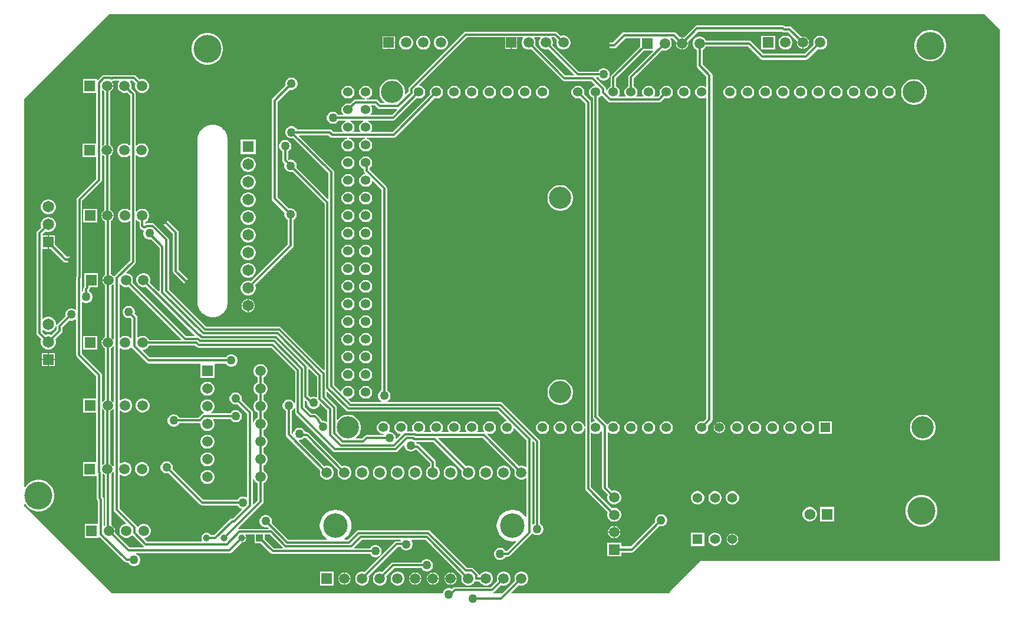
<source format=gbl>
G04*
G04 #@! TF.GenerationSoftware,Altium Limited,Altium Designer,22.1.2 (22)*
G04*
G04 Layer_Physical_Order=2*
G04 Layer_Color=16711680*
%FSLAX44Y44*%
%MOMM*%
G71*
G04*
G04 #@! TF.SameCoordinates,ACB05888-95A5-4360-B840-782E19AB6677*
G04*
G04*
G04 #@! TF.FilePolarity,Positive*
G04*
G01*
G75*
%ADD35C,0.3000*%
%ADD36C,0.3500*%
%ADD37C,3.2000*%
%ADD38C,1.3580*%
%ADD39R,1.3580X1.3580*%
%ADD40R,1.5080X1.5080*%
%ADD41C,1.5080*%
%ADD42R,1.5080X1.5080*%
%ADD43C,3.5160*%
%ADD44C,1.6500*%
%ADD45R,1.6500X1.6500*%
%ADD46R,1.4080X1.4080*%
%ADD47C,1.4080*%
%ADD48R,0.9850X0.9850*%
%ADD49C,0.9850*%
%ADD50C,1.5750*%
%ADD51R,1.5750X1.5750*%
%ADD52C,1.2580*%
%ADD53C,4.0000*%
%ADD54C,1.2700*%
G36*
X3333750Y1205230D02*
Y440690D01*
X2904490D01*
X2860040Y396240D01*
Y393700D01*
X2632517D01*
X2632031Y394873D01*
X2643031Y405873D01*
X2645358Y405250D01*
X2648002D01*
X2650555Y405934D01*
X2652845Y407256D01*
X2654714Y409125D01*
X2656036Y411415D01*
X2656720Y413968D01*
Y416612D01*
X2656036Y419165D01*
X2654714Y421455D01*
X2652845Y423324D01*
X2650555Y424646D01*
X2648002Y425330D01*
X2645358D01*
X2642805Y424646D01*
X2640515Y423324D01*
X2638646Y421455D01*
X2637324Y419165D01*
X2636640Y416612D01*
Y413968D01*
X2637263Y411641D01*
X2619322Y393700D01*
X2606244D01*
X2606072Y394961D01*
X2606331Y395012D01*
X2607654Y395896D01*
X2617631Y405873D01*
X2619958Y405250D01*
X2622602D01*
X2625155Y405934D01*
X2627445Y407256D01*
X2629314Y409125D01*
X2630636Y411415D01*
X2631320Y413968D01*
Y416612D01*
X2630636Y419165D01*
X2629314Y421455D01*
X2627445Y423324D01*
X2625155Y424646D01*
X2622602Y425330D01*
X2619958D01*
X2617405Y424646D01*
X2615115Y423324D01*
X2613246Y421455D01*
X2611924Y419165D01*
X2611240Y416612D01*
Y413968D01*
X2611863Y411641D01*
X2603081Y402858D01*
X2551325D01*
X2551325Y402858D01*
X2549764Y402548D01*
X2548441Y401664D01*
X2547026Y400249D01*
X2545956Y400867D01*
X2543705Y401470D01*
X2541375D01*
X2539124Y400867D01*
X2537106Y399702D01*
X2535458Y398054D01*
X2534293Y396036D01*
X2533690Y393785D01*
Y393700D01*
X2058670D01*
X1932940Y519430D01*
Y522296D01*
X1934210Y522681D01*
X1935783Y520327D01*
X1938917Y517193D01*
X1942602Y514731D01*
X1946697Y513035D01*
X1951044Y512170D01*
X1955476D01*
X1959823Y513035D01*
X1963918Y514731D01*
X1967603Y517193D01*
X1970737Y520327D01*
X1973199Y524012D01*
X1974895Y528107D01*
X1975760Y532454D01*
Y536886D01*
X1974895Y541233D01*
X1973199Y545328D01*
X1970737Y549013D01*
X1967603Y552147D01*
X1963918Y554609D01*
X1959823Y556305D01*
X1955476Y557170D01*
X1951044D01*
X1946697Y556305D01*
X1942602Y554609D01*
X1938917Y552147D01*
X1935783Y549013D01*
X1934210Y546659D01*
X1932940Y547044D01*
Y1104900D01*
X2054860Y1226820D01*
X3312160D01*
X3333750Y1205230D01*
D02*
G37*
%LPC*%
G36*
X2695500Y1201968D02*
X2695500Y1201968D01*
X2566931D01*
X2566931Y1201968D01*
X2565370Y1201658D01*
X2564047Y1200774D01*
X2564047Y1200774D01*
X2485686Y1122413D01*
X2484802Y1121090D01*
X2484492Y1119529D01*
X2484492Y1119529D01*
Y1115775D01*
X2480762Y1112045D01*
X2479642Y1112644D01*
X2479760Y1113238D01*
Y1116882D01*
X2479049Y1120456D01*
X2477655Y1123823D01*
X2475630Y1126853D01*
X2473053Y1129430D01*
X2470023Y1131454D01*
X2466656Y1132849D01*
X2463082Y1133560D01*
X2459438D01*
X2455864Y1132849D01*
X2452497Y1131454D01*
X2449467Y1129430D01*
X2446890Y1126853D01*
X2444866Y1123823D01*
X2443471Y1120456D01*
X2442760Y1116882D01*
Y1113238D01*
X2443471Y1109664D01*
X2444866Y1106297D01*
X2446890Y1103267D01*
X2449467Y1100690D01*
X2449971Y1100354D01*
X2449602Y1099138D01*
X2444863D01*
X2440667Y1103334D01*
X2439344Y1104218D01*
X2437784Y1104528D01*
X2437784Y1104528D01*
X2424451D01*
X2424383Y1105770D01*
X2426746Y1106403D01*
X2428864Y1107626D01*
X2430594Y1109356D01*
X2431817Y1111474D01*
X2432450Y1113837D01*
Y1116283D01*
X2431817Y1118646D01*
X2430594Y1120764D01*
X2428864Y1122494D01*
X2426746Y1123717D01*
X2424383Y1124350D01*
X2421937D01*
X2419574Y1123717D01*
X2417456Y1122494D01*
X2415726Y1120764D01*
X2414503Y1118646D01*
X2413870Y1116283D01*
Y1113837D01*
X2414503Y1111474D01*
X2415726Y1109356D01*
X2417456Y1107626D01*
X2419574Y1106403D01*
X2421937Y1105770D01*
X2421868Y1104528D01*
X2408550D01*
X2406989Y1104218D01*
X2405666Y1103334D01*
X2405666Y1103334D01*
X2400796Y1098464D01*
X2398983Y1098950D01*
X2396537D01*
X2394174Y1098317D01*
X2392056Y1097094D01*
X2390326Y1095364D01*
X2389103Y1093246D01*
X2388470Y1090883D01*
Y1088437D01*
X2389103Y1086074D01*
X2390326Y1083956D01*
X2390800Y1083482D01*
X2390314Y1082308D01*
X2384034D01*
X2383252Y1083664D01*
X2381604Y1085312D01*
X2379586Y1086477D01*
X2377335Y1087080D01*
X2375005D01*
X2372754Y1086477D01*
X2370736Y1085312D01*
X2369088Y1083664D01*
X2367923Y1081646D01*
X2367320Y1079395D01*
Y1077065D01*
X2367923Y1074814D01*
X2369088Y1072796D01*
X2370736Y1071148D01*
X2372754Y1069983D01*
X2375005Y1069380D01*
X2377335D01*
X2379586Y1069983D01*
X2381604Y1071148D01*
X2383252Y1072796D01*
X2384034Y1074152D01*
X2393875D01*
X2394174Y1072917D01*
X2392056Y1071694D01*
X2390326Y1069964D01*
X2389103Y1067846D01*
X2388470Y1065483D01*
Y1063037D01*
X2389103Y1060674D01*
X2390175Y1058818D01*
X2389712Y1057548D01*
X2376905D01*
X2374370Y1060084D01*
X2373047Y1060968D01*
X2371486Y1061278D01*
X2371486Y1061278D01*
X2324275D01*
X2323514Y1062597D01*
X2321877Y1064234D01*
X2319873Y1065391D01*
X2317637Y1065990D01*
X2315323D01*
X2313087Y1065391D01*
X2311083Y1064234D01*
X2309446Y1062597D01*
X2308289Y1060593D01*
X2307690Y1058357D01*
Y1056043D01*
X2308289Y1053807D01*
X2309446Y1051803D01*
X2311083Y1050166D01*
X2313087Y1049009D01*
X2315323Y1048410D01*
X2317637D01*
X2319108Y1048804D01*
X2369552Y998361D01*
Y962175D01*
X2368378Y961689D01*
X2323606Y1006462D01*
X2324000Y1007933D01*
Y1010247D01*
X2323401Y1012483D01*
X2322244Y1014487D01*
X2320607Y1016124D01*
X2318603Y1017281D01*
X2316367Y1017880D01*
X2314053D01*
X2312582Y1017486D01*
X2311434Y1018633D01*
X2311668Y1019810D01*
Y1029725D01*
X2313024Y1030508D01*
X2314672Y1032156D01*
X2315837Y1034174D01*
X2316440Y1036425D01*
Y1038755D01*
X2315837Y1041006D01*
X2314672Y1043024D01*
X2313024Y1044672D01*
X2311006Y1045837D01*
X2308755Y1046440D01*
X2306425D01*
X2304174Y1045837D01*
X2302156Y1044672D01*
X2300508Y1043024D01*
X2299343Y1041006D01*
X2298740Y1038755D01*
Y1036425D01*
X2299343Y1034174D01*
X2300508Y1032156D01*
X2302156Y1030508D01*
X2303512Y1029725D01*
Y1021048D01*
X2303204Y1019503D01*
X2303204Y1019502D01*
Y1017018D01*
X2303204Y1017017D01*
X2303515Y1015457D01*
X2304399Y1014134D01*
X2306814Y1011718D01*
X2306420Y1010247D01*
Y1007933D01*
X2307019Y1005697D01*
X2308176Y1003693D01*
X2309813Y1002056D01*
X2311817Y1000899D01*
X2314053Y1000300D01*
X2316367D01*
X2317838Y1000694D01*
X2364052Y954481D01*
Y715822D01*
X2362878Y715336D01*
X2301900Y776314D01*
X2300577Y777198D01*
X2299016Y777508D01*
X2299016Y777508D01*
X2193867D01*
X2140638Y830738D01*
Y902607D01*
X2140638Y902607D01*
X2140328Y904168D01*
X2139444Y905491D01*
X2139444Y905491D01*
X2119841Y925094D01*
X2118518Y925978D01*
X2116957Y926288D01*
X2116957Y926288D01*
X2108383D01*
X2108383Y926288D01*
X2107668Y926146D01*
X2106583Y926862D01*
X2106572Y927100D01*
X2106803Y928255D01*
X2108485Y929226D01*
X2110354Y931095D01*
X2111676Y933385D01*
X2112360Y935938D01*
Y938582D01*
X2111676Y941135D01*
X2110354Y943425D01*
X2108485Y945294D01*
X2106195Y946616D01*
X2103642Y947300D01*
X2100998D01*
X2098445Y946616D01*
X2096155Y945294D01*
X2094286Y943425D01*
X2094208Y943290D01*
X2092938Y943631D01*
Y1023757D01*
X2094208Y1024283D01*
X2095285Y1023206D01*
X2097575Y1021884D01*
X2100128Y1021200D01*
X2102772D01*
X2105325Y1021884D01*
X2107615Y1023206D01*
X2109484Y1025075D01*
X2110806Y1027365D01*
X2111490Y1029918D01*
Y1032562D01*
X2110806Y1035115D01*
X2109484Y1037405D01*
X2107615Y1039274D01*
X2105325Y1040596D01*
X2102772Y1041280D01*
X2100128D01*
X2097575Y1040596D01*
X2095285Y1039274D01*
X2094208Y1038197D01*
X2092938Y1038723D01*
Y1112010D01*
X2092628Y1113571D01*
X2091744Y1114894D01*
X2086337Y1120301D01*
X2086960Y1122628D01*
Y1125272D01*
X2086276Y1127825D01*
X2084954Y1130115D01*
X2084830Y1130238D01*
X2085316Y1131412D01*
X2088691D01*
X2092504Y1127599D01*
X2091880Y1125272D01*
Y1122628D01*
X2092564Y1120075D01*
X2093886Y1117785D01*
X2095755Y1115916D01*
X2098045Y1114594D01*
X2100598Y1113910D01*
X2103242D01*
X2105795Y1114594D01*
X2108085Y1115916D01*
X2109954Y1117785D01*
X2111276Y1120075D01*
X2111960Y1122628D01*
Y1125272D01*
X2111276Y1127825D01*
X2109954Y1130115D01*
X2108085Y1131984D01*
X2105795Y1133306D01*
X2103242Y1133990D01*
X2100598D01*
X2098271Y1133366D01*
X2093264Y1138374D01*
X2091941Y1139258D01*
X2090380Y1139568D01*
X2090380Y1139568D01*
X2060050D01*
X2060050Y1139568D01*
X2058489Y1139258D01*
X2058375Y1139182D01*
X2058261Y1139258D01*
X2056700Y1139568D01*
X2056700Y1139568D01*
X2047140D01*
X2047140Y1139568D01*
X2045579Y1139258D01*
X2044256Y1138374D01*
X2044256Y1138374D01*
X2038230Y1132348D01*
X2036960Y1132874D01*
Y1133990D01*
X2016880D01*
Y1113910D01*
X2035832D01*
Y1041280D01*
X2016410D01*
Y1021200D01*
X2035832D01*
Y989999D01*
X2008986Y963154D01*
X2008102Y961831D01*
X2007792Y960270D01*
X2007792Y960270D01*
Y850025D01*
X2007722Y849921D01*
X2007412Y848360D01*
X2007412Y848360D01*
Y802339D01*
X2006238Y801852D01*
X2005834Y802257D01*
X2003816Y803422D01*
X2001565Y804025D01*
X1999235D01*
X1996984Y803422D01*
X1994966Y802257D01*
X1993318Y800609D01*
X1992153Y798591D01*
X1991550Y796340D01*
Y794010D01*
X1991840Y792928D01*
X1980322Y781410D01*
X1979383Y780005D01*
X1979053Y778346D01*
Y773601D01*
X1971174Y765722D01*
X1968645Y766400D01*
X1965815D01*
X1963286Y765722D01*
X1959063Y769945D01*
Y772355D01*
X1960237Y772841D01*
X1960629Y772448D01*
X1963081Y771033D01*
X1965815Y770300D01*
X1968645D01*
X1971379Y771033D01*
X1973831Y772448D01*
X1975832Y774449D01*
X1977247Y776901D01*
X1977980Y779635D01*
Y782465D01*
X1977247Y785199D01*
X1975832Y787651D01*
X1973831Y789652D01*
X1971379Y791067D01*
X1968645Y791800D01*
X1965815D01*
X1963081Y791067D01*
X1960629Y789652D01*
X1960237Y789259D01*
X1959063Y789745D01*
Y889640D01*
X1966595D01*
Y899160D01*
Y908680D01*
X1959063D01*
Y910265D01*
X1963286Y914488D01*
X1965815Y913810D01*
X1968645D01*
X1971379Y914543D01*
X1973831Y915958D01*
X1975832Y917959D01*
X1977247Y920411D01*
X1977980Y923145D01*
Y925975D01*
X1977247Y928709D01*
X1975832Y931161D01*
X1973831Y933162D01*
X1971379Y934577D01*
X1968645Y935310D01*
X1965815D01*
X1963081Y934577D01*
X1960629Y933162D01*
X1958628Y931161D01*
X1957213Y928709D01*
X1956480Y925975D01*
Y923145D01*
X1957158Y920616D01*
X1951666Y915124D01*
X1950727Y913718D01*
X1950397Y912060D01*
Y768150D01*
X1950727Y766492D01*
X1951666Y765086D01*
X1957158Y759594D01*
X1956480Y757065D01*
Y754235D01*
X1957213Y751501D01*
X1958628Y749049D01*
X1960629Y747048D01*
X1963081Y745633D01*
X1965815Y744900D01*
X1968645D01*
X1971379Y745633D01*
X1973831Y747048D01*
X1975832Y749049D01*
X1977247Y751501D01*
X1977980Y754235D01*
Y757065D01*
X1977302Y759594D01*
X1986450Y768742D01*
X1987390Y770148D01*
X1987719Y771806D01*
Y776551D01*
X1997861Y786693D01*
X1999235Y786325D01*
X2001565D01*
X2003816Y786928D01*
X2005834Y788093D01*
X2006238Y788497D01*
X2007412Y788011D01*
Y736830D01*
X2007412Y736830D01*
X2007722Y735269D01*
X2008606Y733946D01*
X2035832Y706721D01*
Y674250D01*
X2017680D01*
Y654170D01*
X2035832D01*
Y582810D01*
X2016880D01*
Y562730D01*
X2036812D01*
Y530860D01*
X2036812Y530860D01*
X2037122Y529299D01*
X2038006Y527976D01*
X2038842Y527141D01*
Y493910D01*
X2019420D01*
Y473830D01*
X2039500D01*
Y474946D01*
X2040770Y475472D01*
X2076686Y439556D01*
X2076686Y439556D01*
X2078009Y438672D01*
X2079570Y438362D01*
X2079570Y438362D01*
X2082278D01*
X2083338Y436526D01*
X2084986Y434878D01*
X2087004Y433713D01*
X2089255Y433110D01*
X2091585D01*
X2093836Y433713D01*
X2095854Y434878D01*
X2097502Y436526D01*
X2098667Y438544D01*
X2099270Y440795D01*
Y443125D01*
X2098667Y445376D01*
X2097502Y447394D01*
X2095854Y449042D01*
X2093836Y450207D01*
X2093389Y450327D01*
X2093556Y451597D01*
X2227580D01*
X2229238Y451927D01*
X2230644Y452866D01*
X2244725Y466947D01*
Y473710D01*
X2245360D01*
Y474345D01*
X2251555D01*
Y474942D01*
X2250612Y477219D01*
X2250448Y477383D01*
X2250934Y478557D01*
X2263335D01*
Y466285D01*
X2272417D01*
X2286926Y451776D01*
X2286926Y451776D01*
X2288249Y450892D01*
X2289810Y450582D01*
X2429265D01*
X2430048Y449226D01*
X2431696Y447578D01*
X2433714Y446413D01*
X2435965Y445810D01*
X2438295D01*
X2440546Y446413D01*
X2442564Y447578D01*
X2444212Y449226D01*
X2445377Y451244D01*
X2445980Y453495D01*
Y455825D01*
X2445377Y458076D01*
X2444212Y460094D01*
X2442564Y461742D01*
X2440546Y462907D01*
X2438295Y463510D01*
X2435965D01*
X2433714Y462907D01*
X2431696Y461742D01*
X2430048Y460094D01*
X2429265Y458738D01*
X2407043D01*
X2406517Y460008D01*
X2417410Y470902D01*
X2473178D01*
X2473802Y469689D01*
X2473313Y468898D01*
X2467610D01*
X2466049Y468588D01*
X2464726Y467704D01*
X2464726Y467704D01*
X2421729Y424706D01*
X2419402Y425330D01*
X2416758D01*
X2414205Y424646D01*
X2411915Y423324D01*
X2410046Y421455D01*
X2408724Y419165D01*
X2408040Y416612D01*
Y413968D01*
X2408724Y411415D01*
X2410046Y409125D01*
X2411915Y407256D01*
X2414205Y405934D01*
X2416758Y405250D01*
X2419402D01*
X2421955Y405934D01*
X2424245Y407256D01*
X2426114Y409125D01*
X2427436Y411415D01*
X2428120Y413968D01*
Y416612D01*
X2427496Y418939D01*
X2469299Y460742D01*
X2473606D01*
X2474498Y459196D01*
X2476146Y457548D01*
X2478164Y456383D01*
X2480415Y455780D01*
X2482745D01*
X2484996Y456383D01*
X2487014Y457548D01*
X2488662Y459196D01*
X2489827Y461214D01*
X2490430Y463465D01*
Y465795D01*
X2489827Y468046D01*
X2488911Y469632D01*
X2489498Y470902D01*
X2509101D01*
X2561064Y418939D01*
X2560440Y416612D01*
Y413968D01*
X2561124Y411415D01*
X2562446Y409125D01*
X2564315Y407256D01*
X2566605Y405934D01*
X2569158Y405250D01*
X2571802D01*
X2574355Y405934D01*
X2576645Y407256D01*
X2578514Y409125D01*
X2579418Y410691D01*
X2580459Y411522D01*
X2582020Y411212D01*
X2586642D01*
X2587846Y409125D01*
X2589715Y407256D01*
X2592005Y405934D01*
X2594558Y405250D01*
X2597202D01*
X2599755Y405934D01*
X2602045Y407256D01*
X2603914Y409125D01*
X2605236Y411415D01*
X2605920Y413968D01*
Y416612D01*
X2605236Y419165D01*
X2603914Y421455D01*
X2602045Y423324D01*
X2599755Y424646D01*
X2597202Y425330D01*
X2594558D01*
X2592005Y424646D01*
X2589715Y423324D01*
X2587846Y421455D01*
X2587304Y420517D01*
X2585966Y420738D01*
X2585788Y421631D01*
X2584904Y422954D01*
X2584904Y422954D01*
X2578144Y429714D01*
X2576821Y430598D01*
X2575260Y430908D01*
X2575260Y430908D01*
X2568408D01*
X2515762Y483554D01*
X2514439Y484438D01*
X2512878Y484748D01*
X2512878Y484748D01*
X2412735D01*
X2411175Y484438D01*
X2409852Y483554D01*
X2409852Y483554D01*
X2397706Y471408D01*
X2392918D01*
X2392866Y471617D01*
X2392777Y472678D01*
X2396081Y475389D01*
X2398912Y478840D01*
X2401016Y482776D01*
X2402312Y487048D01*
X2402750Y491490D01*
X2402312Y495932D01*
X2401016Y500204D01*
X2398912Y504140D01*
X2396081Y507591D01*
X2392630Y510422D01*
X2388694Y512526D01*
X2384422Y513822D01*
X2379980Y514260D01*
X2375538Y513822D01*
X2371266Y512526D01*
X2367330Y510422D01*
X2363879Y507591D01*
X2361048Y504140D01*
X2358944Y500204D01*
X2357648Y495932D01*
X2357210Y491490D01*
X2357648Y487048D01*
X2358944Y482776D01*
X2361048Y478840D01*
X2363879Y475389D01*
X2367183Y472678D01*
X2367094Y471617D01*
X2367042Y471408D01*
X2311849D01*
X2288095Y495163D01*
X2288500Y496675D01*
Y499005D01*
X2287897Y501256D01*
X2286732Y503274D01*
X2285084Y504922D01*
X2283066Y506087D01*
X2280815Y506690D01*
X2278485D01*
X2276234Y506087D01*
X2274216Y504922D01*
X2272568Y503274D01*
X2271403Y501256D01*
X2270800Y499005D01*
Y496675D01*
X2271403Y494424D01*
X2272568Y492406D01*
X2274216Y490758D01*
X2276234Y489593D01*
X2278485Y488990D01*
X2280815D01*
X2282327Y489395D01*
X2283836Y487887D01*
X2283350Y486713D01*
X2241507D01*
X2241507Y486713D01*
X2240734Y486560D01*
X2240108Y487730D01*
X2275094Y522716D01*
X2276033Y524122D01*
X2276363Y525780D01*
Y552249D01*
X2278195Y553306D01*
X2280064Y555175D01*
X2281386Y557465D01*
X2282070Y560018D01*
Y562662D01*
X2281386Y565215D01*
X2280064Y567505D01*
X2278195Y569374D01*
X2276363Y570431D01*
Y577649D01*
X2278195Y578706D01*
X2280064Y580575D01*
X2281386Y582865D01*
X2282070Y585418D01*
Y588062D01*
X2281386Y590615D01*
X2280064Y592905D01*
X2278195Y594774D01*
X2276363Y595831D01*
Y603049D01*
X2278195Y604106D01*
X2280064Y605975D01*
X2281386Y608265D01*
X2282070Y610818D01*
Y613462D01*
X2281386Y616015D01*
X2280064Y618305D01*
X2278195Y620174D01*
X2276363Y621231D01*
Y628449D01*
X2278195Y629506D01*
X2280064Y631375D01*
X2281386Y633665D01*
X2282070Y636218D01*
Y638862D01*
X2281386Y641415D01*
X2280064Y643705D01*
X2278195Y645574D01*
X2276363Y646631D01*
Y653849D01*
X2278195Y654906D01*
X2280064Y656775D01*
X2281386Y659065D01*
X2282070Y661618D01*
Y664262D01*
X2281386Y666815D01*
X2280064Y669105D01*
X2278195Y670974D01*
X2276363Y672031D01*
Y679249D01*
X2278195Y680306D01*
X2280064Y682175D01*
X2281386Y684465D01*
X2282070Y687018D01*
Y689662D01*
X2281386Y692215D01*
X2280064Y694505D01*
X2278195Y696374D01*
X2276363Y697431D01*
Y704649D01*
X2278195Y705706D01*
X2280064Y707575D01*
X2281386Y709865D01*
X2282070Y712418D01*
Y715062D01*
X2281386Y717615D01*
X2280064Y719905D01*
X2278195Y721774D01*
X2275905Y723096D01*
X2273352Y723780D01*
X2270708D01*
X2268155Y723096D01*
X2265865Y721774D01*
X2263996Y719905D01*
X2262674Y717615D01*
X2261990Y715062D01*
Y712418D01*
X2262674Y709865D01*
X2263996Y707575D01*
X2265865Y705706D01*
X2267697Y704649D01*
Y697431D01*
X2265865Y696374D01*
X2263996Y694505D01*
X2262674Y692215D01*
X2261990Y689662D01*
Y687018D01*
X2262674Y684465D01*
X2263996Y682175D01*
X2265865Y680306D01*
X2267697Y679249D01*
Y672031D01*
X2265865Y670974D01*
X2263996Y669105D01*
X2262674Y666815D01*
X2261990Y664262D01*
Y661618D01*
X2262674Y659065D01*
X2263996Y656775D01*
X2265865Y654906D01*
X2267697Y653849D01*
Y646631D01*
X2265865Y645574D01*
X2263996Y643705D01*
X2262674Y641415D01*
X2262328Y640125D01*
X2261058Y640292D01*
Y653860D01*
X2260748Y655421D01*
X2259864Y656744D01*
X2259864Y656744D01*
X2244915Y671693D01*
X2245320Y673205D01*
Y675535D01*
X2244717Y677786D01*
X2243552Y679804D01*
X2241904Y681452D01*
X2239886Y682617D01*
X2237635Y683220D01*
X2235305D01*
X2233054Y682617D01*
X2231036Y681452D01*
X2229388Y679804D01*
X2228223Y677786D01*
X2227620Y675535D01*
Y673205D01*
X2228223Y670954D01*
X2229388Y668936D01*
X2231036Y667288D01*
X2233054Y666123D01*
X2235305Y665520D01*
X2237635D01*
X2239147Y665925D01*
X2252902Y652171D01*
Y532428D01*
X2251632Y531841D01*
X2250046Y532757D01*
X2247795Y533360D01*
X2245465D01*
X2243214Y532757D01*
X2241196Y531592D01*
X2239548Y529944D01*
X2238766Y528588D01*
X2189899D01*
X2145855Y572633D01*
X2146260Y574145D01*
Y576475D01*
X2145657Y578726D01*
X2144492Y580744D01*
X2142844Y582392D01*
X2140826Y583557D01*
X2138575Y584160D01*
X2136245D01*
X2133994Y583557D01*
X2131976Y582392D01*
X2130328Y580744D01*
X2129163Y578726D01*
X2128560Y576475D01*
Y574145D01*
X2129163Y571894D01*
X2130328Y569876D01*
X2131976Y568228D01*
X2133994Y567063D01*
X2136245Y566460D01*
X2138575D01*
X2140087Y566865D01*
X2185326Y521626D01*
X2186649Y520742D01*
X2188210Y520432D01*
X2238766D01*
X2239548Y519076D01*
X2241196Y517428D01*
X2243214Y516263D01*
X2244983Y515789D01*
X2245466Y514477D01*
X2232690Y501700D01*
X2231250D01*
X2231250Y501700D01*
X2229689Y501390D01*
X2228366Y500506D01*
X2228366Y500506D01*
X2205649Y477788D01*
X2200779D01*
X2200501Y478269D01*
X2199119Y479651D01*
X2197426Y480629D01*
X2195538Y481135D01*
X2193582D01*
X2191694Y480629D01*
X2190001Y479651D01*
X2188619Y478269D01*
X2187641Y476576D01*
X2187135Y474688D01*
Y472733D01*
X2187641Y470844D01*
X2188051Y470133D01*
X2187318Y468863D01*
X2108914D01*
X2105121Y472657D01*
X2105607Y473830D01*
X2105782D01*
X2108335Y474514D01*
X2110625Y475836D01*
X2112494Y477705D01*
X2113816Y479995D01*
X2114500Y482548D01*
Y485192D01*
X2113816Y487745D01*
X2112494Y490035D01*
X2110625Y491904D01*
X2108335Y493226D01*
X2105782Y493910D01*
X2103138D01*
X2100585Y493226D01*
X2098295Y491904D01*
X2096426Y490035D01*
X2096182Y489612D01*
X2094843Y489833D01*
X2094768Y490211D01*
X2093884Y491534D01*
X2093884Y491534D01*
X2069458Y515959D01*
Y564374D01*
X2070632Y564860D01*
X2070755Y564736D01*
X2073045Y563414D01*
X2075598Y562730D01*
X2078242D01*
X2080795Y563414D01*
X2083085Y564736D01*
X2084954Y566605D01*
X2086276Y568895D01*
X2086960Y571448D01*
Y574092D01*
X2086276Y576645D01*
X2084954Y578935D01*
X2083085Y580804D01*
X2080795Y582126D01*
X2078242Y582810D01*
X2075598D01*
X2073045Y582126D01*
X2070755Y580804D01*
X2070632Y580680D01*
X2069458Y581166D01*
Y656477D01*
X2070728Y657003D01*
X2071555Y656176D01*
X2073845Y654854D01*
X2076398Y654170D01*
X2079042D01*
X2081595Y654854D01*
X2083885Y656176D01*
X2085754Y658045D01*
X2087076Y660335D01*
X2087760Y662888D01*
Y665532D01*
X2087076Y668085D01*
X2085754Y670375D01*
X2083885Y672244D01*
X2081595Y673566D01*
X2079042Y674250D01*
X2076398D01*
X2073845Y673566D01*
X2071555Y672244D01*
X2070728Y671417D01*
X2069458Y671943D01*
Y746647D01*
X2070728Y747173D01*
X2071555Y746346D01*
X2073845Y745024D01*
X2076398Y744340D01*
X2079042D01*
X2081595Y745024D01*
X2083885Y746346D01*
X2085589Y748051D01*
X2086522Y747968D01*
X2086927Y747838D01*
X2087866Y746432D01*
X2108382Y725916D01*
X2109788Y724977D01*
X2111447Y724647D01*
X2184879D01*
X2185790Y723780D01*
X2185790Y723377D01*
Y703700D01*
X2205870D01*
Y723377D01*
X2205870Y723780D01*
X2206781Y724647D01*
X2222403D01*
X2223038Y723546D01*
X2224686Y721898D01*
X2226704Y720733D01*
X2228955Y720130D01*
X2231285D01*
X2233536Y720733D01*
X2235554Y721898D01*
X2237202Y723546D01*
X2238367Y725564D01*
X2238970Y727815D01*
Y730145D01*
X2238367Y732396D01*
X2237202Y734414D01*
X2235554Y736062D01*
X2233536Y737227D01*
X2231285Y737830D01*
X2228955D01*
X2226704Y737227D01*
X2224686Y736062D01*
X2223038Y734414D01*
X2222403Y733313D01*
X2113241D01*
X2103388Y743167D01*
X2103874Y744340D01*
X2104042D01*
X2106595Y745024D01*
X2108885Y746346D01*
X2110754Y748215D01*
X2111959Y750302D01*
X2178426D01*
X2180182Y748546D01*
X2180182Y748546D01*
X2181505Y747662D01*
X2183065Y747352D01*
X2183066Y747352D01*
X2287261D01*
X2321722Y712891D01*
Y668772D01*
X2320452Y668432D01*
X2319752Y669644D01*
X2318104Y671292D01*
X2316086Y672457D01*
X2313835Y673060D01*
X2311505D01*
X2309254Y672457D01*
X2307236Y671292D01*
X2305588Y669644D01*
X2304423Y667626D01*
X2303820Y665375D01*
Y663045D01*
X2304423Y660794D01*
X2305588Y658776D01*
X2307236Y657128D01*
X2308592Y656346D01*
Y622300D01*
X2308592Y622300D01*
X2308902Y620739D01*
X2309786Y619416D01*
X2357863Y571339D01*
X2357240Y569012D01*
Y566368D01*
X2357924Y563815D01*
X2359246Y561525D01*
X2361115Y559656D01*
X2363405Y558334D01*
X2365958Y557650D01*
X2368602D01*
X2371155Y558334D01*
X2373445Y559656D01*
X2375314Y561525D01*
X2376636Y563815D01*
X2377320Y566368D01*
Y569012D01*
X2376636Y571565D01*
X2375314Y573855D01*
X2373445Y575724D01*
X2371155Y577046D01*
X2368602Y577730D01*
X2365958D01*
X2363631Y577107D01*
X2327288Y613450D01*
X2327814Y614720D01*
X2329075D01*
X2331326Y615323D01*
X2333344Y616488D01*
X2334491Y617636D01*
X2336967D01*
X2383264Y571339D01*
X2382640Y569012D01*
Y566368D01*
X2383324Y563815D01*
X2384646Y561525D01*
X2386515Y559656D01*
X2388805Y558334D01*
X2391358Y557650D01*
X2394002D01*
X2396555Y558334D01*
X2398845Y559656D01*
X2400714Y561525D01*
X2402036Y563815D01*
X2402720Y566368D01*
Y569012D01*
X2402036Y571565D01*
X2400714Y573855D01*
X2398845Y575724D01*
X2396555Y577046D01*
X2394002Y577730D01*
X2391358D01*
X2389031Y577107D01*
X2341540Y624598D01*
X2340217Y625482D01*
X2338656Y625792D01*
X2338656Y625792D01*
X2336477D01*
X2336157Y626986D01*
X2334992Y629004D01*
X2333344Y630652D01*
X2331326Y631817D01*
X2329075Y632420D01*
X2326745D01*
X2324494Y631817D01*
X2322476Y630652D01*
X2320828Y629004D01*
X2319663Y626986D01*
X2319060Y624735D01*
Y623474D01*
X2317790Y622948D01*
X2316748Y623989D01*
Y656346D01*
X2318104Y657128D01*
X2319752Y658776D01*
X2320452Y659988D01*
X2321722Y659648D01*
Y654668D01*
X2321722Y654668D01*
X2322032Y653107D01*
X2322916Y651784D01*
X2376124Y598576D01*
X2377447Y597692D01*
X2379008Y597382D01*
X2379008Y597382D01*
X2465997D01*
X2465997Y597382D01*
X2467558Y597692D01*
X2468881Y598576D01*
X2477634Y607329D01*
X2478904Y606803D01*
Y605866D01*
X2479507Y603615D01*
X2480672Y601597D01*
X2482320Y599949D01*
X2484338Y598784D01*
X2486589Y598181D01*
X2488919D01*
X2491170Y598784D01*
X2493188Y599949D01*
X2494335Y601097D01*
X2495746D01*
X2515602Y581241D01*
Y576929D01*
X2513515Y575724D01*
X2511646Y573855D01*
X2510324Y571565D01*
X2509640Y569012D01*
Y566368D01*
X2510324Y563815D01*
X2511646Y561525D01*
X2513515Y559656D01*
X2515805Y558334D01*
X2518358Y557650D01*
X2521002D01*
X2523555Y558334D01*
X2525845Y559656D01*
X2527714Y561525D01*
X2529036Y563815D01*
X2529720Y566368D01*
Y569012D01*
X2529036Y571565D01*
X2527714Y573855D01*
X2525845Y575724D01*
X2523758Y576929D01*
Y582930D01*
X2523758Y582930D01*
X2523448Y584491D01*
X2522564Y585814D01*
X2522564Y585814D01*
X2500319Y608059D01*
X2498996Y608943D01*
X2497435Y609254D01*
X2497435Y609254D01*
X2496321D01*
X2496001Y610447D01*
X2495686Y610992D01*
X2496322Y612092D01*
X2520311D01*
X2561064Y571339D01*
X2560440Y569012D01*
Y566368D01*
X2561124Y563815D01*
X2562446Y561525D01*
X2564315Y559656D01*
X2566605Y558334D01*
X2569158Y557650D01*
X2571802D01*
X2574355Y558334D01*
X2576645Y559656D01*
X2578514Y561525D01*
X2579836Y563815D01*
X2580520Y566368D01*
Y569012D01*
X2579836Y571565D01*
X2578514Y573855D01*
X2576645Y575724D01*
X2574355Y577046D01*
X2571802Y577730D01*
X2569158D01*
X2566831Y577107D01*
X2527519Y616418D01*
X2528005Y617592D01*
X2591011D01*
X2637263Y571339D01*
X2636640Y569012D01*
Y566368D01*
X2637324Y563815D01*
X2638646Y561525D01*
X2640515Y559656D01*
X2642805Y558334D01*
X2645358Y557650D01*
X2648002D01*
X2650555Y558334D01*
X2652845Y559656D01*
X2652968Y559780D01*
X2654142Y559294D01*
Y504673D01*
X2652981Y504184D01*
X2652872Y504190D01*
X2650081Y507591D01*
X2646630Y510422D01*
X2642693Y512526D01*
X2638422Y513822D01*
X2633980Y514260D01*
X2629538Y513822D01*
X2625266Y512526D01*
X2621330Y510422D01*
X2617879Y507591D01*
X2615048Y504140D01*
X2612944Y500204D01*
X2611648Y495932D01*
X2611210Y491490D01*
X2611648Y487048D01*
X2612944Y482776D01*
X2615048Y478840D01*
X2617879Y475389D01*
X2621330Y472558D01*
X2625266Y470454D01*
X2629538Y469158D01*
X2633980Y468720D01*
X2638233Y469139D01*
X2638921Y468326D01*
X2639031Y468142D01*
X2625818Y454928D01*
X2624065D01*
X2623282Y456284D01*
X2621634Y457932D01*
X2619616Y459097D01*
X2617365Y459700D01*
X2615035D01*
X2612784Y459097D01*
X2610766Y457932D01*
X2609118Y456284D01*
X2607953Y454266D01*
X2607350Y452015D01*
Y449685D01*
X2607953Y447434D01*
X2609118Y445416D01*
X2610766Y443768D01*
X2612784Y442603D01*
X2615035Y442000D01*
X2617365D01*
X2619616Y442603D01*
X2621634Y443768D01*
X2623282Y445416D01*
X2624065Y446772D01*
X2627507D01*
X2627507Y446772D01*
X2629068Y447082D01*
X2630391Y447966D01*
X2661104Y478679D01*
X2661104Y478679D01*
X2661847Y479791D01*
X2663040Y480153D01*
X2663049Y480154D01*
X2663307Y480127D01*
X2664106Y479328D01*
X2666124Y478163D01*
X2668375Y477560D01*
X2670705D01*
X2672956Y478163D01*
X2674974Y479328D01*
X2676622Y480976D01*
X2677787Y482994D01*
X2678390Y485245D01*
Y487575D01*
X2677787Y489826D01*
X2676622Y491844D01*
X2674974Y493492D01*
X2673618Y494274D01*
Y612318D01*
X2673308Y613878D01*
X2672424Y615201D01*
X2672424Y615201D01*
X2619526Y668099D01*
X2618203Y668983D01*
X2616642Y669293D01*
X2616642Y669293D01*
X2454678D01*
X2454338Y670563D01*
X2455264Y671098D01*
X2456912Y672746D01*
X2458077Y674764D01*
X2458680Y677015D01*
Y679345D01*
X2458077Y681596D01*
X2456912Y683614D01*
X2455264Y685262D01*
X2453908Y686044D01*
Y976649D01*
X2453908Y976649D01*
X2453598Y978210D01*
X2452714Y979533D01*
X2428388Y1003859D01*
Y1005751D01*
X2428864Y1006026D01*
X2430594Y1007756D01*
X2431817Y1009874D01*
X2432450Y1012237D01*
Y1014683D01*
X2431817Y1017046D01*
X2430594Y1019164D01*
X2428864Y1020894D01*
X2426746Y1022117D01*
X2424383Y1022750D01*
X2421937D01*
X2419574Y1022117D01*
X2417456Y1020894D01*
X2415726Y1019164D01*
X2414503Y1017046D01*
X2413870Y1014683D01*
Y1012237D01*
X2414503Y1009874D01*
X2415726Y1007756D01*
X2417456Y1006026D01*
X2419574Y1004803D01*
X2420231Y1004627D01*
Y1002170D01*
X2420231Y1002170D01*
X2420541Y1000609D01*
X2421425Y999286D01*
X2422215Y998497D01*
X2421644Y997271D01*
X2419574Y996717D01*
X2417456Y995494D01*
X2415726Y993764D01*
X2414503Y991646D01*
X2413870Y989283D01*
Y986837D01*
X2414503Y984474D01*
X2415726Y982356D01*
X2417456Y980626D01*
X2419574Y979403D01*
X2421937Y978770D01*
X2424383D01*
X2426746Y979403D01*
X2428864Y980626D01*
X2430594Y982356D01*
X2431817Y984474D01*
X2432372Y986544D01*
X2433597Y987115D01*
X2445752Y974960D01*
Y686044D01*
X2444396Y685262D01*
X2442748Y683614D01*
X2441583Y681596D01*
X2440980Y679345D01*
Y677015D01*
X2441583Y674764D01*
X2442748Y672746D01*
X2444396Y671098D01*
X2445322Y670563D01*
X2444982Y669293D01*
X2402235D01*
X2398705Y672823D01*
X2399276Y674048D01*
X2401346Y674603D01*
X2403464Y675826D01*
X2405194Y677556D01*
X2406417Y679674D01*
X2407050Y682037D01*
Y684483D01*
X2406417Y686846D01*
X2405194Y688964D01*
X2403464Y690694D01*
X2401346Y691917D01*
X2398983Y692550D01*
X2396537D01*
X2394174Y691917D01*
X2392056Y690694D01*
X2390326Y688964D01*
X2389103Y686846D01*
X2388548Y684776D01*
X2387323Y684205D01*
X2377708Y693820D01*
Y1000050D01*
X2377708Y1000050D01*
X2377398Y1001611D01*
X2376514Y1002934D01*
X2376514Y1002934D01*
X2327499Y1051948D01*
X2327985Y1053122D01*
X2369796D01*
X2372332Y1050586D01*
X2372332Y1050586D01*
X2373655Y1049702D01*
X2375216Y1049392D01*
X2396469D01*
X2396537Y1048150D01*
X2394174Y1047517D01*
X2392056Y1046294D01*
X2390326Y1044564D01*
X2389103Y1042446D01*
X2388470Y1040083D01*
Y1037637D01*
X2389103Y1035274D01*
X2390326Y1033156D01*
X2392056Y1031426D01*
X2394174Y1030203D01*
X2396537Y1029570D01*
X2398983D01*
X2401346Y1030203D01*
X2403464Y1031426D01*
X2405194Y1033156D01*
X2406417Y1035274D01*
X2407050Y1037637D01*
Y1040083D01*
X2406417Y1042446D01*
X2405194Y1044564D01*
X2403464Y1046294D01*
X2401346Y1047517D01*
X2398983Y1048150D01*
X2399052Y1049392D01*
X2421868D01*
X2421937Y1048150D01*
X2419574Y1047517D01*
X2417456Y1046294D01*
X2415726Y1044564D01*
X2414503Y1042446D01*
X2413870Y1040083D01*
Y1037637D01*
X2414503Y1035274D01*
X2415726Y1033156D01*
X2417456Y1031426D01*
X2419574Y1030203D01*
X2421937Y1029570D01*
X2424383D01*
X2426746Y1030203D01*
X2428864Y1031426D01*
X2430594Y1033156D01*
X2431817Y1035274D01*
X2432450Y1037637D01*
Y1040083D01*
X2431817Y1042446D01*
X2430594Y1044564D01*
X2428864Y1046294D01*
X2426746Y1047517D01*
X2424383Y1048150D01*
X2424451Y1049392D01*
X2463170D01*
X2463170Y1049392D01*
X2464731Y1049702D01*
X2466054Y1050586D01*
X2521724Y1106256D01*
X2523537Y1105770D01*
X2525983D01*
X2528346Y1106403D01*
X2530464Y1107626D01*
X2532194Y1109356D01*
X2533417Y1111474D01*
X2534050Y1113837D01*
Y1116283D01*
X2533417Y1118646D01*
X2532194Y1120764D01*
X2530464Y1122494D01*
X2528346Y1123717D01*
X2525983Y1124350D01*
X2523537D01*
X2521174Y1123717D01*
X2519056Y1122494D01*
X2517326Y1120764D01*
X2516103Y1118646D01*
X2515470Y1116283D01*
Y1113837D01*
X2515956Y1112024D01*
X2461481Y1057548D01*
X2431208D01*
X2430745Y1058818D01*
X2431817Y1060674D01*
X2432450Y1063037D01*
Y1065483D01*
X2431817Y1067846D01*
X2430594Y1069964D01*
X2428864Y1071694D01*
X2426746Y1072917D01*
X2427045Y1074152D01*
X2462530D01*
X2462530Y1074152D01*
X2464091Y1074462D01*
X2465414Y1075346D01*
X2496324Y1106256D01*
X2498137Y1105770D01*
X2500583D01*
X2502946Y1106403D01*
X2505064Y1107626D01*
X2506794Y1109356D01*
X2508017Y1111474D01*
X2508650Y1113837D01*
Y1116283D01*
X2508017Y1118646D01*
X2506794Y1120764D01*
X2505064Y1122494D01*
X2502946Y1123717D01*
X2500876Y1124271D01*
X2500305Y1125497D01*
X2568620Y1193812D01*
X2623230D01*
Y1186985D01*
X2632040D01*
X2640850D01*
Y1193812D01*
X2648643D01*
X2649130Y1192638D01*
X2649006Y1192515D01*
X2647684Y1190225D01*
X2647000Y1187672D01*
Y1185028D01*
X2647684Y1182475D01*
X2649006Y1180185D01*
X2650875Y1178316D01*
X2653165Y1176994D01*
X2655718Y1176310D01*
X2658362D01*
X2660689Y1176934D01*
X2705546Y1132076D01*
X2705546Y1132076D01*
X2706869Y1131192D01*
X2708430Y1130882D01*
X2747030D01*
X2752415Y1125497D01*
X2751844Y1124271D01*
X2749774Y1123717D01*
X2747656Y1122494D01*
X2745926Y1120764D01*
X2744703Y1118646D01*
X2744070Y1116283D01*
Y1113837D01*
X2744703Y1111474D01*
X2745926Y1109356D01*
X2747656Y1107626D01*
X2749282Y1106687D01*
Y647719D01*
X2749282Y647719D01*
X2749592Y646159D01*
X2750476Y644836D01*
X2752415Y642897D01*
X2751844Y641672D01*
X2749774Y641117D01*
X2747918Y640045D01*
X2746648Y640508D01*
Y1100450D01*
X2746338Y1102011D01*
X2745454Y1103334D01*
X2745454Y1103334D01*
X2736764Y1112024D01*
X2737250Y1113837D01*
Y1116283D01*
X2736617Y1118646D01*
X2735394Y1120764D01*
X2733664Y1122494D01*
X2731546Y1123717D01*
X2729183Y1124350D01*
X2726737D01*
X2724374Y1123717D01*
X2722256Y1122494D01*
X2720526Y1120764D01*
X2719303Y1118646D01*
X2718670Y1116283D01*
Y1113837D01*
X2719303Y1111474D01*
X2720526Y1109356D01*
X2722256Y1107626D01*
X2724374Y1106403D01*
X2726737Y1105770D01*
X2729183D01*
X2730996Y1106256D01*
X2738492Y1098761D01*
Y633751D01*
X2737250Y633683D01*
X2736617Y636046D01*
X2735394Y638164D01*
X2733664Y639894D01*
X2731546Y641117D01*
X2729183Y641750D01*
X2726737D01*
X2724374Y641117D01*
X2722256Y639894D01*
X2720526Y638164D01*
X2719303Y636046D01*
X2718670Y633683D01*
Y631237D01*
X2719303Y628874D01*
X2720526Y626756D01*
X2722256Y625026D01*
X2724374Y623803D01*
X2726737Y623170D01*
X2729183D01*
X2731546Y623803D01*
X2733664Y625026D01*
X2735394Y626756D01*
X2736617Y628874D01*
X2737250Y631237D01*
X2738492Y631169D01*
Y544590D01*
X2738492Y544590D01*
X2738802Y543029D01*
X2739686Y541706D01*
X2770613Y510779D01*
X2769990Y508452D01*
Y505808D01*
X2770674Y503255D01*
X2771996Y500965D01*
X2773865Y499096D01*
X2776155Y497774D01*
X2778708Y497090D01*
X2781352D01*
X2783905Y497774D01*
X2786195Y499096D01*
X2788064Y500965D01*
X2789386Y503255D01*
X2790070Y505808D01*
Y508452D01*
X2789386Y511005D01*
X2788064Y513295D01*
X2786195Y515164D01*
X2783905Y516486D01*
X2781352Y517170D01*
X2778708D01*
X2776381Y516547D01*
X2746648Y546279D01*
Y624412D01*
X2747918Y624875D01*
X2749774Y623803D01*
X2752137Y623170D01*
X2754583D01*
X2756946Y623803D01*
X2759064Y625026D01*
X2760794Y626756D01*
X2761203Y627465D01*
X2762473Y627124D01*
Y545609D01*
X2762473Y545608D01*
X2762784Y544048D01*
X2763668Y542725D01*
X2770613Y535779D01*
X2769990Y533452D01*
Y530808D01*
X2770674Y528255D01*
X2771996Y525965D01*
X2773865Y524096D01*
X2776155Y522774D01*
X2778708Y522090D01*
X2781352D01*
X2783905Y522774D01*
X2786195Y524096D01*
X2788064Y525965D01*
X2789386Y528255D01*
X2790070Y530808D01*
Y533452D01*
X2789386Y536005D01*
X2788064Y538295D01*
X2786195Y540164D01*
X2783905Y541486D01*
X2781352Y542170D01*
X2778708D01*
X2776381Y541547D01*
X2770630Y547298D01*
Y625656D01*
X2771900Y626182D01*
X2773056Y625026D01*
X2775174Y623803D01*
X2777537Y623170D01*
X2779983D01*
X2782346Y623803D01*
X2784464Y625026D01*
X2786194Y626756D01*
X2787417Y628874D01*
X2788050Y631237D01*
Y633683D01*
X2787417Y636046D01*
X2786194Y638164D01*
X2784464Y639894D01*
X2782346Y641117D01*
X2779983Y641750D01*
X2777537D01*
X2775174Y641117D01*
X2773056Y639894D01*
X2771326Y638164D01*
X2770923Y637466D01*
X2769634Y637283D01*
X2769435Y637412D01*
X2757438Y649409D01*
Y1106687D01*
X2759064Y1107626D01*
X2760794Y1109356D01*
X2761240Y1110128D01*
X2762499Y1110294D01*
X2771407Y1101386D01*
X2771407Y1101386D01*
X2772730Y1100502D01*
X2774290Y1100192D01*
X2774291Y1100192D01*
X2844170D01*
X2844170Y1100192D01*
X2845731Y1100502D01*
X2847054Y1101386D01*
X2851924Y1106256D01*
X2853737Y1105770D01*
X2856183D01*
X2858546Y1106403D01*
X2860664Y1107626D01*
X2862394Y1109356D01*
X2863617Y1111474D01*
X2864250Y1113837D01*
Y1116283D01*
X2863617Y1118646D01*
X2862394Y1120764D01*
X2860664Y1122494D01*
X2858546Y1123717D01*
X2856183Y1124350D01*
X2853737D01*
X2851374Y1123717D01*
X2849256Y1122494D01*
X2847526Y1120764D01*
X2846303Y1118646D01*
X2845670Y1116283D01*
Y1113837D01*
X2846156Y1112024D01*
X2842481Y1108348D01*
X2837608D01*
X2837145Y1109618D01*
X2838217Y1111474D01*
X2838850Y1113837D01*
Y1116283D01*
X2838217Y1118646D01*
X2836994Y1120764D01*
X2835264Y1122494D01*
X2833146Y1123717D01*
X2830783Y1124350D01*
X2828337D01*
X2825974Y1123717D01*
X2823856Y1122494D01*
X2822126Y1120764D01*
X2820903Y1118646D01*
X2820270Y1116283D01*
Y1113837D01*
X2820903Y1111474D01*
X2821974Y1109618D01*
X2821512Y1108348D01*
X2812208D01*
X2811745Y1109618D01*
X2812817Y1111474D01*
X2813450Y1113837D01*
Y1116283D01*
X2812817Y1118646D01*
X2811594Y1120764D01*
X2809864Y1122494D01*
X2808239Y1123432D01*
Y1134931D01*
X2848971Y1175664D01*
X2851298Y1175040D01*
X2853942D01*
X2856495Y1175724D01*
X2858785Y1177046D01*
X2860654Y1178915D01*
X2861976Y1181205D01*
X2862660Y1183758D01*
Y1186402D01*
X2861976Y1188955D01*
X2860654Y1191245D01*
X2860535Y1191363D01*
X2861021Y1192537D01*
X2864035D01*
X2869132Y1187440D01*
X2868810Y1186240D01*
Y1185715D01*
X2876985D01*
Y1193890D01*
X2876460D01*
X2875260Y1193568D01*
X2868894Y1199934D01*
X2867488Y1200873D01*
X2865830Y1201203D01*
X2794530D01*
X2792872Y1200873D01*
X2791466Y1199934D01*
X2778235Y1186703D01*
X2768600D01*
X2766942Y1186373D01*
X2765536Y1185434D01*
X2764597Y1184028D01*
X2764267Y1182370D01*
X2764597Y1180712D01*
X2765536Y1179306D01*
X2766942Y1178367D01*
X2768600Y1178037D01*
X2780030D01*
X2781688Y1178367D01*
X2783094Y1179306D01*
X2796325Y1192537D01*
X2817580D01*
Y1180808D01*
X2775876Y1139104D01*
X2774992Y1137781D01*
X2774682Y1136220D01*
X2774682Y1136220D01*
Y1123432D01*
X2773056Y1122494D01*
X2771326Y1120764D01*
X2770103Y1118646D01*
X2769874Y1117791D01*
X2768386Y1117145D01*
X2768228Y1117229D01*
Y1119529D01*
X2767918Y1121090D01*
X2767034Y1122413D01*
X2767034Y1122413D01*
X2754239Y1135208D01*
X2754725Y1136382D01*
X2756925D01*
X2757708Y1135026D01*
X2759356Y1133378D01*
X2761374Y1132213D01*
X2763625Y1131610D01*
X2765955D01*
X2768206Y1132213D01*
X2770224Y1133378D01*
X2771872Y1135026D01*
X2773037Y1137044D01*
X2773640Y1139295D01*
Y1141625D01*
X2773037Y1143876D01*
X2771872Y1145894D01*
X2770224Y1147542D01*
X2768206Y1148707D01*
X2765955Y1149310D01*
X2763625D01*
X2761374Y1148707D01*
X2759356Y1147542D01*
X2757708Y1145894D01*
X2756925Y1144538D01*
X2729619D01*
X2691457Y1182701D01*
X2692080Y1185028D01*
Y1187672D01*
X2691396Y1190225D01*
X2690074Y1192515D01*
X2689950Y1192638D01*
X2690436Y1193812D01*
X2693811D01*
X2697624Y1189999D01*
X2697000Y1187672D01*
Y1185028D01*
X2697684Y1182475D01*
X2699006Y1180185D01*
X2700875Y1178316D01*
X2703165Y1176994D01*
X2705718Y1176310D01*
X2708362D01*
X2710915Y1176994D01*
X2713205Y1178316D01*
X2715074Y1180185D01*
X2716396Y1182475D01*
X2717080Y1185028D01*
Y1187672D01*
X2716396Y1190225D01*
X2715074Y1192515D01*
X2713205Y1194384D01*
X2710915Y1195706D01*
X2708362Y1196390D01*
X2705718D01*
X2703391Y1195767D01*
X2698384Y1200774D01*
X2697061Y1201658D01*
X2695500Y1201968D01*
D02*
G37*
G36*
X2464920Y1194990D02*
X2456745D01*
Y1186815D01*
X2464920D01*
Y1194990D01*
D02*
G37*
G36*
X3052170D02*
X3051645D01*
Y1186815D01*
X3059820D01*
Y1187340D01*
X3059220Y1189581D01*
X3058060Y1191590D01*
X3056419Y1193230D01*
X3054410Y1194390D01*
X3052170Y1194990D01*
D02*
G37*
G36*
X3022600Y1210833D02*
X2899040D01*
X2897382Y1210503D01*
X2895976Y1209564D01*
X2879980Y1193568D01*
X2878780Y1193890D01*
X2878255D01*
Y1185715D01*
X2886430D01*
Y1186240D01*
X2886108Y1187440D01*
X2900835Y1202167D01*
X3020805D01*
X3020806Y1202166D01*
X3022212Y1201227D01*
X3023870Y1200897D01*
X3030165D01*
X3042522Y1188540D01*
X3042200Y1187340D01*
Y1186815D01*
X3050375D01*
Y1194990D01*
X3049850D01*
X3048650Y1194668D01*
X3035024Y1208294D01*
X3033618Y1209233D01*
X3031960Y1209563D01*
X3025665D01*
X3025664Y1209564D01*
X3024258Y1210503D01*
X3022600Y1210833D01*
D02*
G37*
G36*
X2455475Y1194990D02*
X2447300D01*
Y1186815D01*
X2455475D01*
Y1194990D01*
D02*
G37*
G36*
X2640850Y1185715D02*
X2632675D01*
Y1177540D01*
X2640850D01*
Y1185715D01*
D02*
G37*
G36*
X2631405D02*
X2623230D01*
Y1177540D01*
X2631405D01*
Y1185715D01*
D02*
G37*
G36*
X3059820Y1185545D02*
X3051645D01*
Y1177370D01*
X3052170D01*
X3054410Y1177970D01*
X3056419Y1179130D01*
X3058060Y1180770D01*
X3059220Y1182779D01*
X3059820Y1185020D01*
Y1185545D01*
D02*
G37*
G36*
X3050375D02*
X3042200D01*
Y1185020D01*
X3042800Y1182779D01*
X3043960Y1180770D01*
X3045601Y1179130D01*
X3047610Y1177970D01*
X3049850Y1177370D01*
X3050375D01*
Y1185545D01*
D02*
G37*
G36*
X2464920D02*
X2456745D01*
Y1177370D01*
X2464920D01*
Y1185545D01*
D02*
G37*
G36*
X2455475D02*
X2447300D01*
Y1177370D01*
X2455475D01*
Y1185545D01*
D02*
G37*
G36*
X2886430Y1184445D02*
X2878255D01*
Y1176270D01*
X2878780D01*
X2881021Y1176870D01*
X2883029Y1178030D01*
X2884670Y1179670D01*
X2885829Y1181680D01*
X2886430Y1183920D01*
Y1184445D01*
D02*
G37*
G36*
X2876985D02*
X2868810D01*
Y1183920D01*
X2869410Y1181680D01*
X2870570Y1179670D01*
X2872210Y1178030D01*
X2874219Y1176870D01*
X2876460Y1176270D01*
X2876985D01*
Y1184445D01*
D02*
G37*
G36*
X3027332Y1196220D02*
X3024688D01*
X3022135Y1195536D01*
X3019845Y1194214D01*
X3017976Y1192345D01*
X3016654Y1190055D01*
X3015970Y1187502D01*
Y1184858D01*
X3016654Y1182305D01*
X3017976Y1180015D01*
X3019845Y1178146D01*
X3022135Y1176824D01*
X3024688Y1176140D01*
X3027332D01*
X3029885Y1176824D01*
X3032175Y1178146D01*
X3034044Y1180015D01*
X3035366Y1182305D01*
X3036050Y1184858D01*
Y1187502D01*
X3035366Y1190055D01*
X3034044Y1192345D01*
X3032175Y1194214D01*
X3029885Y1195536D01*
X3027332Y1196220D01*
D02*
G37*
G36*
X3011050D02*
X2990970D01*
Y1176140D01*
X3011050D01*
Y1196220D01*
D02*
G37*
G36*
X2532432D02*
X2529788D01*
X2527235Y1195536D01*
X2524945Y1194214D01*
X2523076Y1192345D01*
X2521754Y1190055D01*
X2521070Y1187502D01*
Y1184858D01*
X2521754Y1182305D01*
X2523076Y1180015D01*
X2524945Y1178146D01*
X2527235Y1176824D01*
X2529788Y1176140D01*
X2532432D01*
X2534985Y1176824D01*
X2537275Y1178146D01*
X2539144Y1180015D01*
X2540466Y1182305D01*
X2541150Y1184858D01*
Y1187502D01*
X2540466Y1190055D01*
X2539144Y1192345D01*
X2537275Y1194214D01*
X2534985Y1195536D01*
X2532432Y1196220D01*
D02*
G37*
G36*
X2507432D02*
X2504788D01*
X2502235Y1195536D01*
X2499945Y1194214D01*
X2498076Y1192345D01*
X2496754Y1190055D01*
X2496070Y1187502D01*
Y1184858D01*
X2496754Y1182305D01*
X2498076Y1180015D01*
X2499945Y1178146D01*
X2502235Y1176824D01*
X2504788Y1176140D01*
X2507432D01*
X2509985Y1176824D01*
X2512275Y1178146D01*
X2514144Y1180015D01*
X2515466Y1182305D01*
X2516150Y1184858D01*
Y1187502D01*
X2515466Y1190055D01*
X2514144Y1192345D01*
X2512275Y1194214D01*
X2509985Y1195536D01*
X2507432Y1196220D01*
D02*
G37*
G36*
X2482432D02*
X2479788D01*
X2477235Y1195536D01*
X2474945Y1194214D01*
X2473076Y1192345D01*
X2471754Y1190055D01*
X2471070Y1187502D01*
Y1184858D01*
X2471754Y1182305D01*
X2473076Y1180015D01*
X2474945Y1178146D01*
X2477235Y1176824D01*
X2479788Y1176140D01*
X2482432D01*
X2484985Y1176824D01*
X2487275Y1178146D01*
X2489144Y1180015D01*
X2490466Y1182305D01*
X2491150Y1184858D01*
Y1187502D01*
X2490466Y1190055D01*
X2489144Y1192345D01*
X2487275Y1194214D01*
X2484985Y1195536D01*
X2482432Y1196220D01*
D02*
G37*
G36*
X3077332D02*
X3074688D01*
X3072135Y1195536D01*
X3069845Y1194214D01*
X3067976Y1192345D01*
X3066654Y1190055D01*
X3065970Y1187502D01*
Y1184858D01*
X3066517Y1182815D01*
X3053895Y1170193D01*
X2994632D01*
X2976681Y1188144D01*
X2975275Y1189083D01*
X2973617Y1189413D01*
X2911711D01*
X2910654Y1191245D01*
X2908785Y1193114D01*
X2906495Y1194436D01*
X2903942Y1195120D01*
X2901298D01*
X2898745Y1194436D01*
X2896455Y1193114D01*
X2894586Y1191245D01*
X2893264Y1188955D01*
X2892580Y1186402D01*
Y1183758D01*
X2893264Y1181205D01*
X2894586Y1178915D01*
X2896455Y1177046D01*
X2898287Y1175989D01*
Y1153307D01*
X2898617Y1151648D01*
X2899556Y1150243D01*
X2912467Y1137332D01*
Y1123115D01*
X2911197Y1122648D01*
X2909346Y1123717D01*
X2906983Y1124350D01*
X2904537D01*
X2902174Y1123717D01*
X2900056Y1122494D01*
X2898326Y1120764D01*
X2897103Y1118646D01*
X2896470Y1116283D01*
Y1113837D01*
X2897103Y1111474D01*
X2898326Y1109356D01*
X2900056Y1107626D01*
X2902174Y1106403D01*
X2904537Y1105770D01*
X2906983D01*
X2909346Y1106403D01*
X2911197Y1107472D01*
X2912467Y1107005D01*
Y645295D01*
X2908512Y641340D01*
X2906983Y641750D01*
X2904537D01*
X2902174Y641117D01*
X2900056Y639894D01*
X2898326Y638164D01*
X2897103Y636046D01*
X2896470Y633683D01*
Y631237D01*
X2897103Y628874D01*
X2898326Y626756D01*
X2900056Y625026D01*
X2902174Y623803D01*
X2904537Y623170D01*
X2906983D01*
X2909346Y623803D01*
X2911464Y625026D01*
X2913194Y626756D01*
X2914417Y628874D01*
X2915050Y631237D01*
Y633683D01*
X2914640Y635212D01*
X2919864Y640436D01*
X2920804Y641842D01*
X2921133Y643500D01*
Y1139127D01*
X2920804Y1140785D01*
X2919864Y1142191D01*
X2906953Y1155102D01*
Y1175989D01*
X2908785Y1177046D01*
X2910654Y1178915D01*
X2911711Y1180747D01*
X2971822D01*
X2989773Y1162796D01*
X2991179Y1161857D01*
X2992837Y1161527D01*
X3055690D01*
X3057348Y1161857D01*
X3058754Y1162796D01*
X3072646Y1176687D01*
X3074688Y1176140D01*
X3077332D01*
X3079885Y1176824D01*
X3082175Y1178146D01*
X3084044Y1180015D01*
X3085366Y1182305D01*
X3086050Y1184858D01*
Y1187502D01*
X3085366Y1190055D01*
X3084044Y1192345D01*
X3082175Y1194214D01*
X3079885Y1195536D01*
X3077332Y1196220D01*
D02*
G37*
G36*
X3236127Y1204406D02*
X3231695D01*
X3227348Y1203541D01*
X3223253Y1201845D01*
X3219568Y1199383D01*
X3216435Y1196249D01*
X3213972Y1192563D01*
X3212276Y1188469D01*
X3211411Y1184122D01*
Y1179690D01*
X3212276Y1175343D01*
X3213972Y1171248D01*
X3216435Y1167563D01*
X3219568Y1164429D01*
X3223253Y1161967D01*
X3227348Y1160270D01*
X3231695Y1159406D01*
X3236127D01*
X3240474Y1160270D01*
X3244569Y1161967D01*
X3248254Y1164429D01*
X3251388Y1167563D01*
X3253851Y1171248D01*
X3255547Y1175343D01*
X3256411Y1179690D01*
Y1184122D01*
X3255547Y1188469D01*
X3253851Y1192563D01*
X3251388Y1196249D01*
X3248254Y1199383D01*
X3244569Y1201845D01*
X3240474Y1203541D01*
X3236127Y1204406D01*
D02*
G37*
G36*
X2198046Y1199790D02*
X2193614D01*
X2189267Y1198925D01*
X2185172Y1197229D01*
X2181487Y1194767D01*
X2178353Y1191633D01*
X2175891Y1187948D01*
X2174195Y1183853D01*
X2173330Y1179506D01*
Y1175074D01*
X2174195Y1170727D01*
X2175891Y1166632D01*
X2178353Y1162947D01*
X2181487Y1159813D01*
X2185172Y1157351D01*
X2189267Y1155655D01*
X2193614Y1154790D01*
X2198046D01*
X2202393Y1155655D01*
X2206488Y1157351D01*
X2210173Y1159813D01*
X2213307Y1162947D01*
X2215769Y1166632D01*
X2217465Y1170727D01*
X2218330Y1175074D01*
Y1179506D01*
X2217465Y1183853D01*
X2215769Y1187948D01*
X2213307Y1191633D01*
X2210173Y1194767D01*
X2206488Y1197229D01*
X2202393Y1198925D01*
X2198046Y1199790D01*
D02*
G37*
G36*
X2317637Y1135990D02*
X2315323D01*
X2313087Y1135391D01*
X2311083Y1134234D01*
X2309446Y1132597D01*
X2308289Y1130593D01*
X2307690Y1128357D01*
Y1126043D01*
X2308008Y1124856D01*
X2289286Y1106134D01*
X2288347Y1104728D01*
X2288017Y1103070D01*
Y961950D01*
X2288347Y960292D01*
X2289286Y958886D01*
X2306738Y941434D01*
X2306420Y940247D01*
Y937933D01*
X2307019Y935697D01*
X2308176Y933693D01*
X2309813Y932056D01*
X2310877Y931442D01*
Y895875D01*
X2258194Y843192D01*
X2255665Y843870D01*
X2252835D01*
X2250101Y843137D01*
X2247649Y841722D01*
X2245648Y839721D01*
X2244233Y837269D01*
X2243500Y834535D01*
Y831705D01*
X2244233Y828971D01*
X2245648Y826519D01*
X2247649Y824518D01*
X2250101Y823103D01*
X2252835Y822370D01*
X2255665D01*
X2258399Y823103D01*
X2260851Y824518D01*
X2262852Y826519D01*
X2264267Y828971D01*
X2265000Y831705D01*
Y834535D01*
X2264322Y837064D01*
X2318274Y891016D01*
X2319213Y892422D01*
X2319543Y894080D01*
Y931442D01*
X2320607Y932056D01*
X2322244Y933693D01*
X2323401Y935697D01*
X2324000Y937933D01*
Y940247D01*
X2323401Y942483D01*
X2322244Y944487D01*
X2320607Y946124D01*
X2318603Y947281D01*
X2316367Y947880D01*
X2314053D01*
X2312866Y947562D01*
X2296683Y963745D01*
Y1101275D01*
X2314136Y1118728D01*
X2315323Y1118410D01*
X2317637D01*
X2319873Y1119009D01*
X2321877Y1120166D01*
X2323514Y1121803D01*
X2324671Y1123807D01*
X2325270Y1126043D01*
Y1128357D01*
X2324671Y1130593D01*
X2323514Y1132597D01*
X2321877Y1134234D01*
X2319873Y1135391D01*
X2317637Y1135990D01*
D02*
G37*
G36*
X3176223Y1124350D02*
X3173777D01*
X3171414Y1123717D01*
X3169296Y1122494D01*
X3167566Y1120764D01*
X3166343Y1118646D01*
X3165710Y1116283D01*
Y1113837D01*
X3166343Y1111474D01*
X3167566Y1109356D01*
X3169296Y1107626D01*
X3171414Y1106403D01*
X3173777Y1105770D01*
X3176223D01*
X3178586Y1106403D01*
X3180704Y1107626D01*
X3182434Y1109356D01*
X3183657Y1111474D01*
X3184290Y1113837D01*
Y1116283D01*
X3183657Y1118646D01*
X3182434Y1120764D01*
X3180704Y1122494D01*
X3178586Y1123717D01*
X3176223Y1124350D01*
D02*
G37*
G36*
X3150823D02*
X3148377D01*
X3146014Y1123717D01*
X3143896Y1122494D01*
X3142166Y1120764D01*
X3140943Y1118646D01*
X3140310Y1116283D01*
Y1113837D01*
X3140943Y1111474D01*
X3142166Y1109356D01*
X3143896Y1107626D01*
X3146014Y1106403D01*
X3148377Y1105770D01*
X3150823D01*
X3153186Y1106403D01*
X3155304Y1107626D01*
X3157034Y1109356D01*
X3158257Y1111474D01*
X3158890Y1113837D01*
Y1116283D01*
X3158257Y1118646D01*
X3157034Y1120764D01*
X3155304Y1122494D01*
X3153186Y1123717D01*
X3150823Y1124350D01*
D02*
G37*
G36*
X3125423D02*
X3122977D01*
X3120614Y1123717D01*
X3118496Y1122494D01*
X3116766Y1120764D01*
X3115543Y1118646D01*
X3114910Y1116283D01*
Y1113837D01*
X3115543Y1111474D01*
X3116766Y1109356D01*
X3118496Y1107626D01*
X3120614Y1106403D01*
X3122977Y1105770D01*
X3125423D01*
X3127786Y1106403D01*
X3129904Y1107626D01*
X3131634Y1109356D01*
X3132857Y1111474D01*
X3133490Y1113837D01*
Y1116283D01*
X3132857Y1118646D01*
X3131634Y1120764D01*
X3129904Y1122494D01*
X3127786Y1123717D01*
X3125423Y1124350D01*
D02*
G37*
G36*
X3100023D02*
X3097577D01*
X3095214Y1123717D01*
X3093096Y1122494D01*
X3091366Y1120764D01*
X3090143Y1118646D01*
X3089510Y1116283D01*
Y1113837D01*
X3090143Y1111474D01*
X3091366Y1109356D01*
X3093096Y1107626D01*
X3095214Y1106403D01*
X3097577Y1105770D01*
X3100023D01*
X3102386Y1106403D01*
X3104504Y1107626D01*
X3106234Y1109356D01*
X3107457Y1111474D01*
X3108090Y1113837D01*
Y1116283D01*
X3107457Y1118646D01*
X3106234Y1120764D01*
X3104504Y1122494D01*
X3102386Y1123717D01*
X3100023Y1124350D01*
D02*
G37*
G36*
X3074623D02*
X3072177D01*
X3069814Y1123717D01*
X3067696Y1122494D01*
X3065966Y1120764D01*
X3064743Y1118646D01*
X3064110Y1116283D01*
Y1113837D01*
X3064743Y1111474D01*
X3065966Y1109356D01*
X3067696Y1107626D01*
X3069814Y1106403D01*
X3072177Y1105770D01*
X3074623D01*
X3076986Y1106403D01*
X3079104Y1107626D01*
X3080834Y1109356D01*
X3082057Y1111474D01*
X3082690Y1113837D01*
Y1116283D01*
X3082057Y1118646D01*
X3080834Y1120764D01*
X3079104Y1122494D01*
X3076986Y1123717D01*
X3074623Y1124350D01*
D02*
G37*
G36*
X3049223D02*
X3046777D01*
X3044414Y1123717D01*
X3042296Y1122494D01*
X3040566Y1120764D01*
X3039343Y1118646D01*
X3038710Y1116283D01*
Y1113837D01*
X3039343Y1111474D01*
X3040566Y1109356D01*
X3042296Y1107626D01*
X3044414Y1106403D01*
X3046777Y1105770D01*
X3049223D01*
X3051586Y1106403D01*
X3053704Y1107626D01*
X3055434Y1109356D01*
X3056657Y1111474D01*
X3057290Y1113837D01*
Y1116283D01*
X3056657Y1118646D01*
X3055434Y1120764D01*
X3053704Y1122494D01*
X3051586Y1123717D01*
X3049223Y1124350D01*
D02*
G37*
G36*
X3023823D02*
X3021377D01*
X3019014Y1123717D01*
X3016896Y1122494D01*
X3015166Y1120764D01*
X3013943Y1118646D01*
X3013310Y1116283D01*
Y1113837D01*
X3013943Y1111474D01*
X3015166Y1109356D01*
X3016896Y1107626D01*
X3019014Y1106403D01*
X3021377Y1105770D01*
X3023823D01*
X3026186Y1106403D01*
X3028304Y1107626D01*
X3030034Y1109356D01*
X3031257Y1111474D01*
X3031890Y1113837D01*
Y1116283D01*
X3031257Y1118646D01*
X3030034Y1120764D01*
X3028304Y1122494D01*
X3026186Y1123717D01*
X3023823Y1124350D01*
D02*
G37*
G36*
X2998423D02*
X2995977D01*
X2993614Y1123717D01*
X2991496Y1122494D01*
X2989766Y1120764D01*
X2988543Y1118646D01*
X2987910Y1116283D01*
Y1113837D01*
X2988543Y1111474D01*
X2989766Y1109356D01*
X2991496Y1107626D01*
X2993614Y1106403D01*
X2995977Y1105770D01*
X2998423D01*
X3000786Y1106403D01*
X3002904Y1107626D01*
X3004634Y1109356D01*
X3005857Y1111474D01*
X3006490Y1113837D01*
Y1116283D01*
X3005857Y1118646D01*
X3004634Y1120764D01*
X3002904Y1122494D01*
X3000786Y1123717D01*
X2998423Y1124350D01*
D02*
G37*
G36*
X2973023D02*
X2970577D01*
X2968214Y1123717D01*
X2966096Y1122494D01*
X2964366Y1120764D01*
X2963143Y1118646D01*
X2962510Y1116283D01*
Y1113837D01*
X2963143Y1111474D01*
X2964366Y1109356D01*
X2966096Y1107626D01*
X2968214Y1106403D01*
X2970577Y1105770D01*
X2973023D01*
X2975386Y1106403D01*
X2977504Y1107626D01*
X2979234Y1109356D01*
X2980457Y1111474D01*
X2981090Y1113837D01*
Y1116283D01*
X2980457Y1118646D01*
X2979234Y1120764D01*
X2977504Y1122494D01*
X2975386Y1123717D01*
X2973023Y1124350D01*
D02*
G37*
G36*
X2947623D02*
X2945177D01*
X2942814Y1123717D01*
X2940696Y1122494D01*
X2938966Y1120764D01*
X2937743Y1118646D01*
X2937110Y1116283D01*
Y1113837D01*
X2937743Y1111474D01*
X2938966Y1109356D01*
X2940696Y1107626D01*
X2942814Y1106403D01*
X2945177Y1105770D01*
X2947623D01*
X2949986Y1106403D01*
X2952104Y1107626D01*
X2953834Y1109356D01*
X2955057Y1111474D01*
X2955690Y1113837D01*
Y1116283D01*
X2955057Y1118646D01*
X2953834Y1120764D01*
X2952104Y1122494D01*
X2949986Y1123717D01*
X2947623Y1124350D01*
D02*
G37*
G36*
X2881583D02*
X2879137D01*
X2876774Y1123717D01*
X2874656Y1122494D01*
X2872926Y1120764D01*
X2871703Y1118646D01*
X2871070Y1116283D01*
Y1113837D01*
X2871703Y1111474D01*
X2872926Y1109356D01*
X2874656Y1107626D01*
X2876774Y1106403D01*
X2879137Y1105770D01*
X2881583D01*
X2883946Y1106403D01*
X2886064Y1107626D01*
X2887794Y1109356D01*
X2889017Y1111474D01*
X2889650Y1113837D01*
Y1116283D01*
X2889017Y1118646D01*
X2887794Y1120764D01*
X2886064Y1122494D01*
X2883946Y1123717D01*
X2881583Y1124350D01*
D02*
G37*
G36*
X2678383D02*
X2675937D01*
X2673574Y1123717D01*
X2671456Y1122494D01*
X2669726Y1120764D01*
X2668503Y1118646D01*
X2667870Y1116283D01*
Y1113837D01*
X2668503Y1111474D01*
X2669726Y1109356D01*
X2671456Y1107626D01*
X2673574Y1106403D01*
X2675937Y1105770D01*
X2678383D01*
X2680746Y1106403D01*
X2682864Y1107626D01*
X2684594Y1109356D01*
X2685817Y1111474D01*
X2686450Y1113837D01*
Y1116283D01*
X2685817Y1118646D01*
X2684594Y1120764D01*
X2682864Y1122494D01*
X2680746Y1123717D01*
X2678383Y1124350D01*
D02*
G37*
G36*
X2652983D02*
X2650537D01*
X2648174Y1123717D01*
X2646056Y1122494D01*
X2644326Y1120764D01*
X2643103Y1118646D01*
X2642470Y1116283D01*
Y1113837D01*
X2643103Y1111474D01*
X2644326Y1109356D01*
X2646056Y1107626D01*
X2648174Y1106403D01*
X2650537Y1105770D01*
X2652983D01*
X2655346Y1106403D01*
X2657464Y1107626D01*
X2659194Y1109356D01*
X2660417Y1111474D01*
X2661050Y1113837D01*
Y1116283D01*
X2660417Y1118646D01*
X2659194Y1120764D01*
X2657464Y1122494D01*
X2655346Y1123717D01*
X2652983Y1124350D01*
D02*
G37*
G36*
X2627583D02*
X2625137D01*
X2622774Y1123717D01*
X2620656Y1122494D01*
X2618926Y1120764D01*
X2617703Y1118646D01*
X2617070Y1116283D01*
Y1113837D01*
X2617703Y1111474D01*
X2618926Y1109356D01*
X2620656Y1107626D01*
X2622774Y1106403D01*
X2625137Y1105770D01*
X2627583D01*
X2629946Y1106403D01*
X2632064Y1107626D01*
X2633794Y1109356D01*
X2635017Y1111474D01*
X2635650Y1113837D01*
Y1116283D01*
X2635017Y1118646D01*
X2633794Y1120764D01*
X2632064Y1122494D01*
X2629946Y1123717D01*
X2627583Y1124350D01*
D02*
G37*
G36*
X2602183D02*
X2599737D01*
X2597374Y1123717D01*
X2595256Y1122494D01*
X2593526Y1120764D01*
X2592303Y1118646D01*
X2591670Y1116283D01*
Y1113837D01*
X2592303Y1111474D01*
X2593526Y1109356D01*
X2595256Y1107626D01*
X2597374Y1106403D01*
X2599737Y1105770D01*
X2602183D01*
X2604546Y1106403D01*
X2606664Y1107626D01*
X2608394Y1109356D01*
X2609617Y1111474D01*
X2610250Y1113837D01*
Y1116283D01*
X2609617Y1118646D01*
X2608394Y1120764D01*
X2606664Y1122494D01*
X2604546Y1123717D01*
X2602183Y1124350D01*
D02*
G37*
G36*
X2576783D02*
X2574337D01*
X2571974Y1123717D01*
X2569856Y1122494D01*
X2568126Y1120764D01*
X2566903Y1118646D01*
X2566270Y1116283D01*
Y1113837D01*
X2566903Y1111474D01*
X2568126Y1109356D01*
X2569856Y1107626D01*
X2571974Y1106403D01*
X2574337Y1105770D01*
X2576783D01*
X2579146Y1106403D01*
X2581264Y1107626D01*
X2582994Y1109356D01*
X2584217Y1111474D01*
X2584850Y1113837D01*
Y1116283D01*
X2584217Y1118646D01*
X2582994Y1120764D01*
X2581264Y1122494D01*
X2579146Y1123717D01*
X2576783Y1124350D01*
D02*
G37*
G36*
X2551383D02*
X2548937D01*
X2546574Y1123717D01*
X2544456Y1122494D01*
X2542726Y1120764D01*
X2541503Y1118646D01*
X2540870Y1116283D01*
Y1113837D01*
X2541503Y1111474D01*
X2542726Y1109356D01*
X2544456Y1107626D01*
X2546574Y1106403D01*
X2548937Y1105770D01*
X2551383D01*
X2553746Y1106403D01*
X2555864Y1107626D01*
X2557594Y1109356D01*
X2558817Y1111474D01*
X2559450Y1113837D01*
Y1116283D01*
X2558817Y1118646D01*
X2557594Y1120764D01*
X2555864Y1122494D01*
X2553746Y1123717D01*
X2551383Y1124350D01*
D02*
G37*
G36*
X2398983D02*
X2396537D01*
X2394174Y1123717D01*
X2392056Y1122494D01*
X2390326Y1120764D01*
X2389103Y1118646D01*
X2388470Y1116283D01*
Y1113837D01*
X2389103Y1111474D01*
X2390326Y1109356D01*
X2392056Y1107626D01*
X2394174Y1106403D01*
X2396537Y1105770D01*
X2398983D01*
X2401346Y1106403D01*
X2403464Y1107626D01*
X2405194Y1109356D01*
X2406417Y1111474D01*
X2407050Y1113837D01*
Y1116283D01*
X2406417Y1118646D01*
X2405194Y1120764D01*
X2403464Y1122494D01*
X2401346Y1123717D01*
X2398983Y1124350D01*
D02*
G37*
G36*
X3212382Y1133560D02*
X3208738D01*
X3205164Y1132849D01*
X3201797Y1131454D01*
X3198767Y1129430D01*
X3196190Y1126853D01*
X3194166Y1123823D01*
X3192771Y1120456D01*
X3192060Y1116882D01*
Y1113238D01*
X3192771Y1109664D01*
X3194166Y1106297D01*
X3196190Y1103267D01*
X3198767Y1100690D01*
X3201797Y1098665D01*
X3205164Y1097271D01*
X3208738Y1096560D01*
X3212382D01*
X3215956Y1097271D01*
X3219323Y1098665D01*
X3222353Y1100690D01*
X3224930Y1103267D01*
X3226955Y1106297D01*
X3228349Y1109664D01*
X3229060Y1113238D01*
Y1116882D01*
X3228349Y1120456D01*
X3226955Y1123823D01*
X3224930Y1126853D01*
X3222353Y1129430D01*
X3219323Y1131454D01*
X3215956Y1132849D01*
X3212382Y1133560D01*
D02*
G37*
G36*
X2265000Y1047070D02*
X2243500D01*
Y1025570D01*
X2265000D01*
Y1047070D01*
D02*
G37*
G36*
X2398983Y1022750D02*
X2396537D01*
X2394174Y1022117D01*
X2392056Y1020894D01*
X2390326Y1019164D01*
X2389103Y1017046D01*
X2388470Y1014683D01*
Y1012237D01*
X2389103Y1009874D01*
X2390326Y1007756D01*
X2392056Y1006026D01*
X2394174Y1004803D01*
X2396537Y1004170D01*
X2398983D01*
X2401346Y1004803D01*
X2403464Y1006026D01*
X2405194Y1007756D01*
X2406417Y1009874D01*
X2407050Y1012237D01*
Y1014683D01*
X2406417Y1017046D01*
X2405194Y1019164D01*
X2403464Y1020894D01*
X2401346Y1022117D01*
X2398983Y1022750D01*
D02*
G37*
G36*
X2255665Y1021670D02*
X2252835D01*
X2250101Y1020937D01*
X2247649Y1019522D01*
X2245648Y1017521D01*
X2244233Y1015069D01*
X2243500Y1012335D01*
Y1009505D01*
X2244233Y1006771D01*
X2245648Y1004319D01*
X2247649Y1002318D01*
X2250101Y1000903D01*
X2252835Y1000170D01*
X2255665D01*
X2258399Y1000903D01*
X2260851Y1002318D01*
X2262852Y1004319D01*
X2264267Y1006771D01*
X2265000Y1009505D01*
Y1012335D01*
X2264267Y1015069D01*
X2262852Y1017521D01*
X2260851Y1019522D01*
X2258399Y1020937D01*
X2255665Y1021670D01*
D02*
G37*
G36*
X2398983Y997350D02*
X2396537D01*
X2394174Y996717D01*
X2392056Y995494D01*
X2390326Y993764D01*
X2389103Y991646D01*
X2388470Y989283D01*
Y986837D01*
X2389103Y984474D01*
X2390326Y982356D01*
X2392056Y980626D01*
X2394174Y979403D01*
X2396537Y978770D01*
X2398983D01*
X2401346Y979403D01*
X2403464Y980626D01*
X2405194Y982356D01*
X2406417Y984474D01*
X2407050Y986837D01*
Y989283D01*
X2406417Y991646D01*
X2405194Y993764D01*
X2403464Y995494D01*
X2401346Y996717D01*
X2398983Y997350D01*
D02*
G37*
G36*
X2255665Y996270D02*
X2252835D01*
X2250101Y995537D01*
X2247649Y994122D01*
X2245648Y992121D01*
X2244233Y989669D01*
X2243500Y986935D01*
Y984105D01*
X2244233Y981371D01*
X2245648Y978919D01*
X2247649Y976918D01*
X2250101Y975503D01*
X2252835Y974770D01*
X2255665D01*
X2258399Y975503D01*
X2260851Y976918D01*
X2262852Y978919D01*
X2264267Y981371D01*
X2265000Y984105D01*
Y986935D01*
X2264267Y989669D01*
X2262852Y992121D01*
X2260851Y994122D01*
X2258399Y995537D01*
X2255665Y996270D01*
D02*
G37*
G36*
X2424383Y971950D02*
X2421937D01*
X2419574Y971317D01*
X2417456Y970094D01*
X2415726Y968364D01*
X2414503Y966246D01*
X2413870Y963883D01*
Y961437D01*
X2414503Y959074D01*
X2415726Y956956D01*
X2417456Y955226D01*
X2419574Y954003D01*
X2421937Y953370D01*
X2424383D01*
X2426746Y954003D01*
X2428864Y955226D01*
X2430594Y956956D01*
X2431817Y959074D01*
X2432450Y961437D01*
Y963883D01*
X2431817Y966246D01*
X2430594Y968364D01*
X2428864Y970094D01*
X2426746Y971317D01*
X2424383Y971950D01*
D02*
G37*
G36*
X2398983D02*
X2396537D01*
X2394174Y971317D01*
X2392056Y970094D01*
X2390326Y968364D01*
X2389103Y966246D01*
X2388470Y963883D01*
Y961437D01*
X2389103Y959074D01*
X2390326Y956956D01*
X2392056Y955226D01*
X2394174Y954003D01*
X2396537Y953370D01*
X2398983D01*
X2401346Y954003D01*
X2403464Y955226D01*
X2405194Y956956D01*
X2406417Y959074D01*
X2407050Y961437D01*
Y963883D01*
X2406417Y966246D01*
X2405194Y968364D01*
X2403464Y970094D01*
X2401346Y971317D01*
X2398983Y971950D01*
D02*
G37*
G36*
X2255665Y970870D02*
X2252835D01*
X2250101Y970137D01*
X2247649Y968722D01*
X2245648Y966721D01*
X2244233Y964269D01*
X2243500Y961535D01*
Y958705D01*
X2244233Y955971D01*
X2245648Y953519D01*
X2247649Y951518D01*
X2250101Y950103D01*
X2252835Y949370D01*
X2255665D01*
X2258399Y950103D01*
X2260851Y951518D01*
X2262852Y953519D01*
X2264267Y955971D01*
X2265000Y958705D01*
Y961535D01*
X2264267Y964269D01*
X2262852Y966721D01*
X2260851Y968722D01*
X2258399Y970137D01*
X2255665Y970870D01*
D02*
G37*
G36*
X2704382Y981160D02*
X2700738D01*
X2697164Y980449D01*
X2693797Y979054D01*
X2690767Y977030D01*
X2688190Y974453D01*
X2686165Y971423D01*
X2684771Y968056D01*
X2684060Y964482D01*
Y960838D01*
X2684771Y957264D01*
X2686165Y953897D01*
X2688190Y950867D01*
X2690767Y948290D01*
X2693797Y946265D01*
X2697164Y944871D01*
X2700738Y944160D01*
X2704382D01*
X2707956Y944871D01*
X2711323Y946265D01*
X2714353Y948290D01*
X2716930Y950867D01*
X2718954Y953897D01*
X2720349Y957264D01*
X2721060Y960838D01*
Y964482D01*
X2720349Y968056D01*
X2718954Y971423D01*
X2716930Y974453D01*
X2714353Y977030D01*
X2711323Y979054D01*
X2707956Y980449D01*
X2704382Y981160D01*
D02*
G37*
G36*
X1968645Y960710D02*
X1965815D01*
X1963081Y959977D01*
X1960629Y958562D01*
X1958628Y956561D01*
X1957213Y954109D01*
X1956480Y951375D01*
Y948545D01*
X1957213Y945811D01*
X1958628Y943359D01*
X1960629Y941358D01*
X1963081Y939943D01*
X1965815Y939210D01*
X1968645D01*
X1971379Y939943D01*
X1973831Y941358D01*
X1975832Y943359D01*
X1977247Y945811D01*
X1977980Y948545D01*
Y951375D01*
X1977247Y954109D01*
X1975832Y956561D01*
X1973831Y958562D01*
X1971379Y959977D01*
X1968645Y960710D01*
D02*
G37*
G36*
X2424383Y946550D02*
X2421937D01*
X2419574Y945917D01*
X2417456Y944694D01*
X2415726Y942964D01*
X2414503Y940846D01*
X2413870Y938483D01*
Y936037D01*
X2414503Y933674D01*
X2415726Y931556D01*
X2417456Y929826D01*
X2419574Y928603D01*
X2421937Y927970D01*
X2424383D01*
X2426746Y928603D01*
X2428864Y929826D01*
X2430594Y931556D01*
X2431817Y933674D01*
X2432450Y936037D01*
Y938483D01*
X2431817Y940846D01*
X2430594Y942964D01*
X2428864Y944694D01*
X2426746Y945917D01*
X2424383Y946550D01*
D02*
G37*
G36*
X2398983D02*
X2396537D01*
X2394174Y945917D01*
X2392056Y944694D01*
X2390326Y942964D01*
X2389103Y940846D01*
X2388470Y938483D01*
Y936037D01*
X2389103Y933674D01*
X2390326Y931556D01*
X2392056Y929826D01*
X2394174Y928603D01*
X2396537Y927970D01*
X2398983D01*
X2401346Y928603D01*
X2403464Y929826D01*
X2405194Y931556D01*
X2406417Y933674D01*
X2407050Y936037D01*
Y938483D01*
X2406417Y940846D01*
X2405194Y942964D01*
X2403464Y944694D01*
X2401346Y945917D01*
X2398983Y946550D01*
D02*
G37*
G36*
X2255665Y945470D02*
X2252835D01*
X2250101Y944737D01*
X2247649Y943322D01*
X2245648Y941321D01*
X2244233Y938869D01*
X2243500Y936135D01*
Y933305D01*
X2244233Y930571D01*
X2245648Y928119D01*
X2247649Y926118D01*
X2250101Y924703D01*
X2252835Y923970D01*
X2255665D01*
X2258399Y924703D01*
X2260851Y926118D01*
X2262852Y928119D01*
X2264267Y930571D01*
X2265000Y933305D01*
Y936135D01*
X2264267Y938869D01*
X2262852Y941321D01*
X2260851Y943322D01*
X2258399Y944737D01*
X2255665Y945470D01*
D02*
G37*
G36*
X2424383Y921150D02*
X2421937D01*
X2419574Y920517D01*
X2417456Y919294D01*
X2415726Y917564D01*
X2414503Y915446D01*
X2413870Y913083D01*
Y910637D01*
X2414503Y908274D01*
X2415726Y906156D01*
X2417456Y904426D01*
X2419574Y903203D01*
X2421937Y902570D01*
X2424383D01*
X2426746Y903203D01*
X2428864Y904426D01*
X2430594Y906156D01*
X2431817Y908274D01*
X2432450Y910637D01*
Y913083D01*
X2431817Y915446D01*
X2430594Y917564D01*
X2428864Y919294D01*
X2426746Y920517D01*
X2424383Y921150D01*
D02*
G37*
G36*
X2398983D02*
X2396537D01*
X2394174Y920517D01*
X2392056Y919294D01*
X2390326Y917564D01*
X2389103Y915446D01*
X2388470Y913083D01*
Y910637D01*
X2389103Y908274D01*
X2390326Y906156D01*
X2392056Y904426D01*
X2394174Y903203D01*
X2396537Y902570D01*
X2398983D01*
X2401346Y903203D01*
X2403464Y904426D01*
X2405194Y906156D01*
X2406417Y908274D01*
X2407050Y910637D01*
Y913083D01*
X2406417Y915446D01*
X2405194Y917564D01*
X2403464Y919294D01*
X2401346Y920517D01*
X2398983Y921150D01*
D02*
G37*
G36*
X1976750Y908680D02*
X1967865D01*
Y899795D01*
X1976750D01*
Y908680D01*
D02*
G37*
G36*
X2255665Y920070D02*
X2252835D01*
X2250101Y919337D01*
X2247649Y917922D01*
X2245648Y915921D01*
X2244233Y913469D01*
X2243500Y910735D01*
Y907905D01*
X2244233Y905171D01*
X2245648Y902719D01*
X2247649Y900718D01*
X2250101Y899303D01*
X2252835Y898570D01*
X2255665D01*
X2258399Y899303D01*
X2260851Y900718D01*
X2262852Y902719D01*
X2264267Y905171D01*
X2265000Y907905D01*
Y910735D01*
X2264267Y913469D01*
X2262852Y915921D01*
X2260851Y917922D01*
X2258399Y919337D01*
X2255665Y920070D01*
D02*
G37*
G36*
X2424383Y895750D02*
X2421937D01*
X2419574Y895117D01*
X2417456Y893894D01*
X2415726Y892164D01*
X2414503Y890046D01*
X2413870Y887683D01*
Y885237D01*
X2414503Y882874D01*
X2415726Y880756D01*
X2417456Y879026D01*
X2419574Y877803D01*
X2421937Y877170D01*
X2424383D01*
X2426746Y877803D01*
X2428864Y879026D01*
X2430594Y880756D01*
X2431817Y882874D01*
X2432450Y885237D01*
Y887683D01*
X2431817Y890046D01*
X2430594Y892164D01*
X2428864Y893894D01*
X2426746Y895117D01*
X2424383Y895750D01*
D02*
G37*
G36*
X2398983D02*
X2396537D01*
X2394174Y895117D01*
X2392056Y893894D01*
X2390326Y892164D01*
X2389103Y890046D01*
X2388470Y887683D01*
Y885237D01*
X2389103Y882874D01*
X2390326Y880756D01*
X2392056Y879026D01*
X2394174Y877803D01*
X2396537Y877170D01*
X2398983D01*
X2401346Y877803D01*
X2403464Y879026D01*
X2405194Y880756D01*
X2406417Y882874D01*
X2407050Y885237D01*
Y887683D01*
X2406417Y890046D01*
X2405194Y892164D01*
X2403464Y893894D01*
X2401346Y895117D01*
X2398983Y895750D01*
D02*
G37*
G36*
X2255665Y894670D02*
X2252835D01*
X2250101Y893937D01*
X2247649Y892522D01*
X2245648Y890521D01*
X2244233Y888069D01*
X2243500Y885335D01*
Y882505D01*
X2244233Y879771D01*
X2245648Y877319D01*
X2247649Y875318D01*
X2250101Y873903D01*
X2252835Y873170D01*
X2255665D01*
X2258399Y873903D01*
X2260851Y875318D01*
X2262852Y877319D01*
X2264267Y879771D01*
X2265000Y882505D01*
Y885335D01*
X2264267Y888069D01*
X2262852Y890521D01*
X2260851Y892522D01*
X2258399Y893937D01*
X2255665Y894670D01*
D02*
G37*
G36*
X1976750Y898525D02*
X1967865D01*
Y889640D01*
X1970622D01*
X1989076Y871186D01*
X1990481Y870247D01*
X1992140Y869917D01*
X1997965D01*
X1998456Y869426D01*
X1999862Y868487D01*
X2001520Y868157D01*
X2003178Y868487D01*
X2004584Y869426D01*
X2005523Y870832D01*
X2005853Y872490D01*
X2005523Y874148D01*
X2004584Y875554D01*
X2002824Y877314D01*
X2001418Y878254D01*
X1999760Y878584D01*
X1993935D01*
X1976750Y895768D01*
Y898525D01*
D02*
G37*
G36*
X2424383Y870350D02*
X2421937D01*
X2419574Y869717D01*
X2417456Y868494D01*
X2415726Y866764D01*
X2414503Y864646D01*
X2413870Y862283D01*
Y859837D01*
X2414503Y857474D01*
X2415726Y855356D01*
X2417456Y853626D01*
X2419574Y852403D01*
X2421937Y851770D01*
X2424383D01*
X2426746Y852403D01*
X2428864Y853626D01*
X2430594Y855356D01*
X2431817Y857474D01*
X2432450Y859837D01*
Y862283D01*
X2431817Y864646D01*
X2430594Y866764D01*
X2428864Y868494D01*
X2426746Y869717D01*
X2424383Y870350D01*
D02*
G37*
G36*
X2398983D02*
X2396537D01*
X2394174Y869717D01*
X2392056Y868494D01*
X2390326Y866764D01*
X2389103Y864646D01*
X2388470Y862283D01*
Y859837D01*
X2389103Y857474D01*
X2390326Y855356D01*
X2392056Y853626D01*
X2394174Y852403D01*
X2396537Y851770D01*
X2398983D01*
X2401346Y852403D01*
X2403464Y853626D01*
X2405194Y855356D01*
X2406417Y857474D01*
X2407050Y859837D01*
Y862283D01*
X2406417Y864646D01*
X2405194Y866764D01*
X2403464Y868494D01*
X2401346Y869717D01*
X2398983Y870350D01*
D02*
G37*
G36*
X2255665Y869270D02*
X2252835D01*
X2250101Y868537D01*
X2247649Y867122D01*
X2245648Y865121D01*
X2244233Y862669D01*
X2243500Y859935D01*
Y857105D01*
X2244233Y854371D01*
X2245648Y851919D01*
X2247649Y849918D01*
X2250101Y848503D01*
X2252835Y847770D01*
X2255665D01*
X2258399Y848503D01*
X2260851Y849918D01*
X2262852Y851919D01*
X2264267Y854371D01*
X2265000Y857105D01*
Y859935D01*
X2264267Y862669D01*
X2262852Y865121D01*
X2260851Y867122D01*
X2258399Y868537D01*
X2255665Y869270D01*
D02*
G37*
G36*
X2132330Y935243D02*
X2130672Y934913D01*
X2129266Y933974D01*
X2128327Y932568D01*
X2127997Y930910D01*
X2128327Y929252D01*
X2129266Y927846D01*
X2146082Y911030D01*
Y857555D01*
X2146412Y855897D01*
X2147351Y854491D01*
X2165436Y836406D01*
X2166842Y835467D01*
X2168500Y835137D01*
X2170158Y835467D01*
X2171564Y836406D01*
X2172503Y837812D01*
X2172833Y839470D01*
X2172503Y841128D01*
X2171564Y842534D01*
X2154748Y859350D01*
Y912825D01*
X2154418Y914483D01*
X2153479Y915889D01*
X2135394Y933974D01*
X2133988Y934913D01*
X2132330Y935243D01*
D02*
G37*
G36*
X2424383Y844950D02*
X2421937D01*
X2419574Y844317D01*
X2417456Y843094D01*
X2415726Y841364D01*
X2414503Y839246D01*
X2413870Y836883D01*
Y834437D01*
X2414503Y832074D01*
X2415726Y829956D01*
X2417456Y828226D01*
X2419574Y827003D01*
X2421937Y826370D01*
X2424383D01*
X2426746Y827003D01*
X2428864Y828226D01*
X2430594Y829956D01*
X2431817Y832074D01*
X2432450Y834437D01*
Y836883D01*
X2431817Y839246D01*
X2430594Y841364D01*
X2428864Y843094D01*
X2426746Y844317D01*
X2424383Y844950D01*
D02*
G37*
G36*
X2398983D02*
X2396537D01*
X2394174Y844317D01*
X2392056Y843094D01*
X2390326Y841364D01*
X2389103Y839246D01*
X2388470Y836883D01*
Y834437D01*
X2389103Y832074D01*
X2390326Y829956D01*
X2392056Y828226D01*
X2394174Y827003D01*
X2396537Y826370D01*
X2398983D01*
X2401346Y827003D01*
X2403464Y828226D01*
X2405194Y829956D01*
X2406417Y832074D01*
X2407050Y834437D01*
Y836883D01*
X2406417Y839246D01*
X2405194Y841364D01*
X2403464Y843094D01*
X2401346Y844317D01*
X2398983Y844950D01*
D02*
G37*
G36*
X2255503Y817240D02*
X2254885D01*
Y808355D01*
X2263770D01*
Y808973D01*
X2263121Y811395D01*
X2261868Y813565D01*
X2260095Y815338D01*
X2257925Y816591D01*
X2255503Y817240D01*
D02*
G37*
G36*
X2253615D02*
X2252997D01*
X2250575Y816591D01*
X2248405Y815338D01*
X2246632Y813565D01*
X2245379Y811395D01*
X2244730Y808973D01*
Y808355D01*
X2253615D01*
Y817240D01*
D02*
G37*
G36*
X2424383Y819550D02*
X2421937D01*
X2419574Y818917D01*
X2417456Y817694D01*
X2415726Y815964D01*
X2414503Y813846D01*
X2413870Y811483D01*
Y809037D01*
X2414503Y806674D01*
X2415726Y804556D01*
X2417456Y802826D01*
X2419574Y801603D01*
X2421937Y800970D01*
X2424383D01*
X2426746Y801603D01*
X2428864Y802826D01*
X2430594Y804556D01*
X2431817Y806674D01*
X2432450Y809037D01*
Y811483D01*
X2431817Y813846D01*
X2430594Y815964D01*
X2428864Y817694D01*
X2426746Y818917D01*
X2424383Y819550D01*
D02*
G37*
G36*
X2398983D02*
X2396537D01*
X2394174Y818917D01*
X2392056Y817694D01*
X2390326Y815964D01*
X2389103Y813846D01*
X2388470Y811483D01*
Y809037D01*
X2389103Y806674D01*
X2390326Y804556D01*
X2392056Y802826D01*
X2394174Y801603D01*
X2396537Y800970D01*
X2398983D01*
X2401346Y801603D01*
X2403464Y802826D01*
X2405194Y804556D01*
X2406417Y806674D01*
X2407050Y809037D01*
Y811483D01*
X2406417Y813846D01*
X2405194Y815964D01*
X2403464Y817694D01*
X2401346Y818917D01*
X2398983Y819550D01*
D02*
G37*
G36*
X2263770Y807085D02*
X2254885D01*
Y798200D01*
X2255503D01*
X2257925Y798849D01*
X2260095Y800102D01*
X2261868Y801875D01*
X2263121Y804045D01*
X2263770Y806467D01*
Y807085D01*
D02*
G37*
G36*
X2253615D02*
X2244730D01*
Y806467D01*
X2245379Y804045D01*
X2246632Y801875D01*
X2248405Y800102D01*
X2250575Y798849D01*
X2252997Y798200D01*
X2253615D01*
Y807085D01*
D02*
G37*
G36*
X2205326Y1068079D02*
X2201574D01*
X2201328Y1068030D01*
X2201076D01*
X2197396Y1067298D01*
X2197164Y1067202D01*
X2196918Y1067153D01*
X2193451Y1065717D01*
X2193242Y1065577D01*
X2193010Y1065481D01*
X2189890Y1063397D01*
X2189713Y1063219D01*
X2189504Y1063080D01*
X2186850Y1060426D01*
X2186711Y1060217D01*
X2186534Y1060040D01*
X2184449Y1056920D01*
X2184353Y1056688D01*
X2184213Y1056479D01*
X2182777Y1053012D01*
X2182728Y1052766D01*
X2182632Y1052534D01*
X2181900Y1048854D01*
Y1048602D01*
X2181851Y1048356D01*
Y1046480D01*
Y812800D01*
Y810924D01*
X2181900Y810678D01*
Y810426D01*
X2182632Y806746D01*
X2182728Y806514D01*
X2182777Y806268D01*
X2184213Y802801D01*
X2184353Y802592D01*
X2184449Y802360D01*
X2186534Y799240D01*
X2186711Y799063D01*
X2186850Y798854D01*
X2189504Y796200D01*
X2189713Y796061D01*
X2189890Y795883D01*
X2193010Y793799D01*
X2193242Y793703D01*
X2193451Y793563D01*
X2196918Y792127D01*
X2197164Y792078D01*
X2197396Y791982D01*
X2201076Y791250D01*
X2201328D01*
X2201574Y791201D01*
X2205326D01*
X2205572Y791250D01*
X2205824D01*
X2209504Y791982D01*
X2209736Y792078D01*
X2209982Y792127D01*
X2213449Y793563D01*
X2213658Y793703D01*
X2213890Y793799D01*
X2217010Y795883D01*
X2217187Y796061D01*
X2217396Y796200D01*
X2220049Y798854D01*
X2220189Y799063D01*
X2220367Y799240D01*
X2222451Y802360D01*
X2222547Y802592D01*
X2222687Y802801D01*
X2224123Y806268D01*
X2224172Y806514D01*
X2224268Y806746D01*
X2225000Y810426D01*
Y810678D01*
X2225049Y810924D01*
Y812800D01*
Y1046480D01*
Y1048356D01*
X2225000Y1048602D01*
Y1048854D01*
X2224268Y1052534D01*
X2224172Y1052766D01*
X2224123Y1053012D01*
X2222687Y1056479D01*
X2222547Y1056688D01*
X2222451Y1056920D01*
X2220367Y1060040D01*
X2220189Y1060217D01*
X2220049Y1060426D01*
X2217396Y1063080D01*
X2217187Y1063219D01*
X2217010Y1063397D01*
X2213890Y1065481D01*
X2213658Y1065577D01*
X2213449Y1065717D01*
X2209982Y1067153D01*
X2209736Y1067202D01*
X2209504Y1067298D01*
X2205824Y1068030D01*
X2205572D01*
X2205326Y1068079D01*
D02*
G37*
G36*
X2424383Y794150D02*
X2421937D01*
X2419574Y793517D01*
X2417456Y792294D01*
X2415726Y790564D01*
X2414503Y788446D01*
X2413870Y786083D01*
Y783637D01*
X2414503Y781274D01*
X2415726Y779156D01*
X2417456Y777426D01*
X2419574Y776203D01*
X2421937Y775570D01*
X2424383D01*
X2426746Y776203D01*
X2428864Y777426D01*
X2430594Y779156D01*
X2431817Y781274D01*
X2432450Y783637D01*
Y786083D01*
X2431817Y788446D01*
X2430594Y790564D01*
X2428864Y792294D01*
X2426746Y793517D01*
X2424383Y794150D01*
D02*
G37*
G36*
X2398983D02*
X2396537D01*
X2394174Y793517D01*
X2392056Y792294D01*
X2390326Y790564D01*
X2389103Y788446D01*
X2388470Y786083D01*
Y783637D01*
X2389103Y781274D01*
X2390326Y779156D01*
X2392056Y777426D01*
X2394174Y776203D01*
X2396537Y775570D01*
X2398983D01*
X2401346Y776203D01*
X2403464Y777426D01*
X2405194Y779156D01*
X2406417Y781274D01*
X2407050Y783637D01*
Y786083D01*
X2406417Y788446D01*
X2405194Y790564D01*
X2403464Y792294D01*
X2401346Y793517D01*
X2398983Y794150D01*
D02*
G37*
G36*
X2424383Y768750D02*
X2421937D01*
X2419574Y768117D01*
X2417456Y766894D01*
X2415726Y765164D01*
X2414503Y763046D01*
X2413870Y760683D01*
Y758237D01*
X2414503Y755874D01*
X2415726Y753756D01*
X2417456Y752026D01*
X2419574Y750803D01*
X2421937Y750170D01*
X2424383D01*
X2426746Y750803D01*
X2428864Y752026D01*
X2430594Y753756D01*
X2431817Y755874D01*
X2432450Y758237D01*
Y760683D01*
X2431817Y763046D01*
X2430594Y765164D01*
X2428864Y766894D01*
X2426746Y768117D01*
X2424383Y768750D01*
D02*
G37*
G36*
X2398983D02*
X2396537D01*
X2394174Y768117D01*
X2392056Y766894D01*
X2390326Y765164D01*
X2389103Y763046D01*
X2388470Y760683D01*
Y758237D01*
X2389103Y755874D01*
X2390326Y753756D01*
X2392056Y752026D01*
X2394174Y750803D01*
X2396537Y750170D01*
X2398983D01*
X2401346Y750803D01*
X2403464Y752026D01*
X2405194Y753756D01*
X2406417Y755874D01*
X2407050Y758237D01*
Y760683D01*
X2406417Y763046D01*
X2405194Y765164D01*
X2403464Y766894D01*
X2401346Y768117D01*
X2398983Y768750D01*
D02*
G37*
G36*
X1976750Y739770D02*
X1967865D01*
Y730885D01*
X1976750D01*
Y739770D01*
D02*
G37*
G36*
X1966595D02*
X1957710D01*
Y730885D01*
X1966595D01*
Y739770D01*
D02*
G37*
G36*
X2424383Y743350D02*
X2421937D01*
X2419574Y742717D01*
X2417456Y741494D01*
X2415726Y739764D01*
X2414503Y737646D01*
X2413870Y735283D01*
Y732837D01*
X2414503Y730474D01*
X2415726Y728356D01*
X2417456Y726626D01*
X2419574Y725403D01*
X2421937Y724770D01*
X2424383D01*
X2426746Y725403D01*
X2428864Y726626D01*
X2430594Y728356D01*
X2431817Y730474D01*
X2432450Y732837D01*
Y735283D01*
X2431817Y737646D01*
X2430594Y739764D01*
X2428864Y741494D01*
X2426746Y742717D01*
X2424383Y743350D01*
D02*
G37*
G36*
X2398983D02*
X2396537D01*
X2394174Y742717D01*
X2392056Y741494D01*
X2390326Y739764D01*
X2389103Y737646D01*
X2388470Y735283D01*
Y732837D01*
X2389103Y730474D01*
X2390326Y728356D01*
X2392056Y726626D01*
X2394174Y725403D01*
X2396537Y724770D01*
X2398983D01*
X2401346Y725403D01*
X2403464Y726626D01*
X2405194Y728356D01*
X2406417Y730474D01*
X2407050Y732837D01*
Y735283D01*
X2406417Y737646D01*
X2405194Y739764D01*
X2403464Y741494D01*
X2401346Y742717D01*
X2398983Y743350D01*
D02*
G37*
G36*
X1976750Y729615D02*
X1967865D01*
Y720730D01*
X1976750D01*
Y729615D01*
D02*
G37*
G36*
X1966595D02*
X1957710D01*
Y720730D01*
X1966595D01*
Y729615D01*
D02*
G37*
G36*
X2424383Y717950D02*
X2421937D01*
X2419574Y717317D01*
X2417456Y716094D01*
X2415726Y714364D01*
X2414503Y712246D01*
X2413870Y709883D01*
Y707437D01*
X2414503Y705074D01*
X2415726Y702956D01*
X2417456Y701226D01*
X2419574Y700003D01*
X2421937Y699370D01*
X2424383D01*
X2426746Y700003D01*
X2428864Y701226D01*
X2430594Y702956D01*
X2431817Y705074D01*
X2432450Y707437D01*
Y709883D01*
X2431817Y712246D01*
X2430594Y714364D01*
X2428864Y716094D01*
X2426746Y717317D01*
X2424383Y717950D01*
D02*
G37*
G36*
X2398983D02*
X2396537D01*
X2394174Y717317D01*
X2392056Y716094D01*
X2390326Y714364D01*
X2389103Y712246D01*
X2388470Y709883D01*
Y707437D01*
X2389103Y705074D01*
X2390326Y702956D01*
X2392056Y701226D01*
X2394174Y700003D01*
X2396537Y699370D01*
X2398983D01*
X2401346Y700003D01*
X2403464Y701226D01*
X2405194Y702956D01*
X2406417Y705074D01*
X2407050Y707437D01*
Y709883D01*
X2406417Y712246D01*
X2405194Y714364D01*
X2403464Y716094D01*
X2401346Y717317D01*
X2398983Y717950D01*
D02*
G37*
G36*
X2197152Y698380D02*
X2194508D01*
X2191955Y697696D01*
X2189665Y696374D01*
X2187796Y694505D01*
X2186474Y692215D01*
X2185790Y689662D01*
Y687018D01*
X2186474Y684465D01*
X2187796Y682175D01*
X2189665Y680306D01*
X2191955Y678984D01*
X2194508Y678300D01*
X2197152D01*
X2199705Y678984D01*
X2201995Y680306D01*
X2203864Y682175D01*
X2205186Y684465D01*
X2205870Y687018D01*
Y689662D01*
X2205186Y692215D01*
X2203864Y694505D01*
X2201995Y696374D01*
X2199705Y697696D01*
X2197152Y698380D01*
D02*
G37*
G36*
X2424383Y692550D02*
X2421937D01*
X2419574Y691917D01*
X2417456Y690694D01*
X2415726Y688964D01*
X2414503Y686846D01*
X2413870Y684483D01*
Y682037D01*
X2414503Y679674D01*
X2415726Y677556D01*
X2417456Y675826D01*
X2419574Y674603D01*
X2421937Y673970D01*
X2424383D01*
X2426746Y674603D01*
X2428864Y675826D01*
X2430594Y677556D01*
X2431817Y679674D01*
X2432450Y682037D01*
Y684483D01*
X2431817Y686846D01*
X2430594Y688964D01*
X2428864Y690694D01*
X2426746Y691917D01*
X2424383Y692550D01*
D02*
G37*
G36*
X2704382Y701760D02*
X2700738D01*
X2697164Y701049D01*
X2693797Y699654D01*
X2690767Y697630D01*
X2688190Y695053D01*
X2686165Y692023D01*
X2684771Y688656D01*
X2684060Y685082D01*
Y681438D01*
X2684771Y677864D01*
X2686165Y674497D01*
X2688190Y671467D01*
X2690767Y668890D01*
X2693797Y666865D01*
X2697164Y665471D01*
X2700738Y664760D01*
X2704382D01*
X2707956Y665471D01*
X2711323Y666865D01*
X2714353Y668890D01*
X2716930Y671467D01*
X2718954Y674497D01*
X2720349Y677864D01*
X2721060Y681438D01*
Y685082D01*
X2720349Y688656D01*
X2718954Y692023D01*
X2716930Y695053D01*
X2714353Y697630D01*
X2711323Y699654D01*
X2707956Y701049D01*
X2704382Y701760D01*
D02*
G37*
G36*
X2104042Y674250D02*
X2101398D01*
X2098845Y673566D01*
X2096555Y672244D01*
X2094686Y670375D01*
X2093364Y668085D01*
X2092680Y665532D01*
Y662888D01*
X2093364Y660335D01*
X2094686Y658045D01*
X2096555Y656176D01*
X2098845Y654854D01*
X2101398Y654170D01*
X2104042D01*
X2106595Y654854D01*
X2108885Y656176D01*
X2110754Y658045D01*
X2112076Y660335D01*
X2112760Y662888D01*
Y665532D01*
X2112076Y668085D01*
X2110754Y670375D01*
X2108885Y672244D01*
X2106595Y673566D01*
X2104042Y674250D01*
D02*
G37*
G36*
X2197152Y672980D02*
X2194508D01*
X2191955Y672296D01*
X2189665Y670974D01*
X2187796Y669105D01*
X2186474Y666815D01*
X2185790Y664262D01*
Y661618D01*
X2186474Y659065D01*
X2187796Y656775D01*
X2189665Y654906D01*
X2190603Y654364D01*
X2190382Y653026D01*
X2189489Y652848D01*
X2188166Y651964D01*
X2188166Y651964D01*
X2182901Y646698D01*
X2155435D01*
X2154652Y648054D01*
X2153004Y649702D01*
X2150986Y650867D01*
X2148735Y651470D01*
X2146405D01*
X2144154Y650867D01*
X2142136Y649702D01*
X2140488Y648054D01*
X2139323Y646036D01*
X2138720Y643785D01*
Y641455D01*
X2139323Y639204D01*
X2140488Y637186D01*
X2142136Y635538D01*
X2144154Y634373D01*
X2146405Y633770D01*
X2148735D01*
X2150986Y634373D01*
X2153004Y635538D01*
X2154652Y637186D01*
X2155435Y638542D01*
X2184590D01*
X2184590Y638542D01*
X2184808Y638585D01*
X2185790Y637779D01*
Y636218D01*
X2186474Y633665D01*
X2187796Y631375D01*
X2189665Y629506D01*
X2191955Y628184D01*
X2194508Y627500D01*
X2197152D01*
X2199705Y628184D01*
X2201995Y629506D01*
X2203864Y631375D01*
X2205186Y633665D01*
X2205870Y636218D01*
Y638862D01*
X2205186Y641415D01*
X2203864Y643705D01*
X2203740Y643828D01*
X2204226Y645002D01*
X2228542D01*
X2229388Y643536D01*
X2231036Y641888D01*
X2233054Y640723D01*
X2235305Y640120D01*
X2237635D01*
X2239886Y640723D01*
X2241904Y641888D01*
X2243552Y643536D01*
X2244717Y645554D01*
X2245320Y647805D01*
Y650135D01*
X2244717Y652386D01*
X2243552Y654404D01*
X2241904Y656052D01*
X2239886Y657217D01*
X2237635Y657820D01*
X2235305D01*
X2233054Y657217D01*
X2231036Y656052D01*
X2229388Y654404D01*
X2228669Y653158D01*
X2201508D01*
X2201167Y654428D01*
X2201995Y654906D01*
X2203864Y656775D01*
X2205186Y659065D01*
X2205870Y661618D01*
Y664262D01*
X2205186Y666815D01*
X2203864Y669105D01*
X2201995Y670974D01*
X2199705Y672296D01*
X2197152Y672980D01*
D02*
G37*
G36*
X2932221Y640520D02*
X2931795D01*
Y633095D01*
X2939220D01*
Y633521D01*
X2938671Y635571D01*
X2937610Y637409D01*
X2936109Y638910D01*
X2934271Y639971D01*
X2932221Y640520D01*
D02*
G37*
G36*
X2930525D02*
X2930099D01*
X2928049Y639971D01*
X2926211Y638910D01*
X2924710Y637409D01*
X2923649Y635571D01*
X2923100Y633521D01*
Y633095D01*
X2930525D01*
Y640520D01*
D02*
G37*
G36*
X2939220Y631825D02*
X2931795D01*
Y624400D01*
X2932221D01*
X2934271Y624949D01*
X2936109Y626010D01*
X2937610Y627511D01*
X2938671Y629349D01*
X2939220Y631399D01*
Y631825D01*
D02*
G37*
G36*
X2930525D02*
X2923100D01*
Y631399D01*
X2923649Y629349D01*
X2924710Y627511D01*
X2926211Y626010D01*
X2928049Y624949D01*
X2930099Y624400D01*
X2930525D01*
Y631825D01*
D02*
G37*
G36*
X3092850Y641750D02*
X3074270D01*
Y623170D01*
X3092850D01*
Y641750D01*
D02*
G37*
G36*
X3059383D02*
X3056937D01*
X3054574Y641117D01*
X3052456Y639894D01*
X3050726Y638164D01*
X3049503Y636046D01*
X3048870Y633683D01*
Y631237D01*
X3049503Y628874D01*
X3050726Y626756D01*
X3052456Y625026D01*
X3054574Y623803D01*
X3056937Y623170D01*
X3059383D01*
X3061746Y623803D01*
X3063864Y625026D01*
X3065594Y626756D01*
X3066817Y628874D01*
X3067450Y631237D01*
Y633683D01*
X3066817Y636046D01*
X3065594Y638164D01*
X3063864Y639894D01*
X3061746Y641117D01*
X3059383Y641750D01*
D02*
G37*
G36*
X3033983D02*
X3031537D01*
X3029174Y641117D01*
X3027056Y639894D01*
X3025326Y638164D01*
X3024103Y636046D01*
X3023470Y633683D01*
Y631237D01*
X3024103Y628874D01*
X3025326Y626756D01*
X3027056Y625026D01*
X3029174Y623803D01*
X3031537Y623170D01*
X3033983D01*
X3036346Y623803D01*
X3038464Y625026D01*
X3040194Y626756D01*
X3041417Y628874D01*
X3042050Y631237D01*
Y633683D01*
X3041417Y636046D01*
X3040194Y638164D01*
X3038464Y639894D01*
X3036346Y641117D01*
X3033983Y641750D01*
D02*
G37*
G36*
X3008583D02*
X3006137D01*
X3003774Y641117D01*
X3001656Y639894D01*
X2999926Y638164D01*
X2998703Y636046D01*
X2998070Y633683D01*
Y631237D01*
X2998703Y628874D01*
X2999926Y626756D01*
X3001656Y625026D01*
X3003774Y623803D01*
X3006137Y623170D01*
X3008583D01*
X3010946Y623803D01*
X3013064Y625026D01*
X3014794Y626756D01*
X3016017Y628874D01*
X3016650Y631237D01*
Y633683D01*
X3016017Y636046D01*
X3014794Y638164D01*
X3013064Y639894D01*
X3010946Y641117D01*
X3008583Y641750D01*
D02*
G37*
G36*
X2983183D02*
X2980737D01*
X2978374Y641117D01*
X2976256Y639894D01*
X2974526Y638164D01*
X2973303Y636046D01*
X2972670Y633683D01*
Y631237D01*
X2973303Y628874D01*
X2974526Y626756D01*
X2976256Y625026D01*
X2978374Y623803D01*
X2980737Y623170D01*
X2983183D01*
X2985546Y623803D01*
X2987664Y625026D01*
X2989394Y626756D01*
X2990617Y628874D01*
X2991250Y631237D01*
Y633683D01*
X2990617Y636046D01*
X2989394Y638164D01*
X2987664Y639894D01*
X2985546Y641117D01*
X2983183Y641750D01*
D02*
G37*
G36*
X2957783D02*
X2955337D01*
X2952974Y641117D01*
X2950856Y639894D01*
X2949126Y638164D01*
X2947903Y636046D01*
X2947270Y633683D01*
Y631237D01*
X2947903Y628874D01*
X2949126Y626756D01*
X2950856Y625026D01*
X2952974Y623803D01*
X2955337Y623170D01*
X2957783D01*
X2960146Y623803D01*
X2962264Y625026D01*
X2963994Y626756D01*
X2965217Y628874D01*
X2965850Y631237D01*
Y633683D01*
X2965217Y636046D01*
X2963994Y638164D01*
X2962264Y639894D01*
X2960146Y641117D01*
X2957783Y641750D01*
D02*
G37*
G36*
X2856183D02*
X2853737D01*
X2851374Y641117D01*
X2849256Y639894D01*
X2847526Y638164D01*
X2846303Y636046D01*
X2845670Y633683D01*
Y631237D01*
X2846303Y628874D01*
X2847526Y626756D01*
X2849256Y625026D01*
X2851374Y623803D01*
X2853737Y623170D01*
X2856183D01*
X2858546Y623803D01*
X2860664Y625026D01*
X2862394Y626756D01*
X2863617Y628874D01*
X2864250Y631237D01*
Y633683D01*
X2863617Y636046D01*
X2862394Y638164D01*
X2860664Y639894D01*
X2858546Y641117D01*
X2856183Y641750D01*
D02*
G37*
G36*
X2830783D02*
X2828337D01*
X2825974Y641117D01*
X2823856Y639894D01*
X2822126Y638164D01*
X2820903Y636046D01*
X2820270Y633683D01*
Y631237D01*
X2820903Y628874D01*
X2822126Y626756D01*
X2823856Y625026D01*
X2825974Y623803D01*
X2828337Y623170D01*
X2830783D01*
X2833146Y623803D01*
X2835264Y625026D01*
X2836994Y626756D01*
X2838217Y628874D01*
X2838850Y631237D01*
Y633683D01*
X2838217Y636046D01*
X2836994Y638164D01*
X2835264Y639894D01*
X2833146Y641117D01*
X2830783Y641750D01*
D02*
G37*
G36*
X2805383D02*
X2802937D01*
X2800574Y641117D01*
X2798456Y639894D01*
X2796726Y638164D01*
X2795503Y636046D01*
X2794870Y633683D01*
Y631237D01*
X2795503Y628874D01*
X2796726Y626756D01*
X2798456Y625026D01*
X2800574Y623803D01*
X2802937Y623170D01*
X2805383D01*
X2807746Y623803D01*
X2809864Y625026D01*
X2811594Y626756D01*
X2812817Y628874D01*
X2813450Y631237D01*
Y633683D01*
X2812817Y636046D01*
X2811594Y638164D01*
X2809864Y639894D01*
X2807746Y641117D01*
X2805383Y641750D01*
D02*
G37*
G36*
X2703783D02*
X2701337D01*
X2698974Y641117D01*
X2696856Y639894D01*
X2695126Y638164D01*
X2693903Y636046D01*
X2693270Y633683D01*
Y631237D01*
X2693903Y628874D01*
X2695126Y626756D01*
X2696856Y625026D01*
X2698974Y623803D01*
X2701337Y623170D01*
X2703783D01*
X2706146Y623803D01*
X2708264Y625026D01*
X2709994Y626756D01*
X2711217Y628874D01*
X2711850Y631237D01*
Y633683D01*
X2711217Y636046D01*
X2709994Y638164D01*
X2708264Y639894D01*
X2706146Y641117D01*
X2703783Y641750D01*
D02*
G37*
G36*
X2678383D02*
X2675937D01*
X2673574Y641117D01*
X2671456Y639894D01*
X2669726Y638164D01*
X2668503Y636046D01*
X2667870Y633683D01*
Y631237D01*
X2668503Y628874D01*
X2669726Y626756D01*
X2671456Y625026D01*
X2673574Y623803D01*
X2675937Y623170D01*
X2678383D01*
X2680746Y623803D01*
X2682864Y625026D01*
X2684594Y626756D01*
X2685817Y628874D01*
X2686450Y631237D01*
Y633683D01*
X2685817Y636046D01*
X2684594Y638164D01*
X2682864Y639894D01*
X2680746Y641117D01*
X2678383Y641750D01*
D02*
G37*
G36*
X3225082Y650960D02*
X3221438D01*
X3217864Y650249D01*
X3214497Y648855D01*
X3211467Y646830D01*
X3208890Y644253D01*
X3206866Y641223D01*
X3205471Y637856D01*
X3204760Y634282D01*
Y630638D01*
X3205471Y627064D01*
X3206866Y623697D01*
X3208890Y620667D01*
X3211467Y618090D01*
X3214497Y616065D01*
X3217864Y614671D01*
X3221438Y613960D01*
X3225082D01*
X3228656Y614671D01*
X3232023Y616065D01*
X3235053Y618090D01*
X3237630Y620667D01*
X3239655Y623697D01*
X3241049Y627064D01*
X3241760Y630638D01*
Y634282D01*
X3241049Y637856D01*
X3239655Y641223D01*
X3237630Y644253D01*
X3235053Y646830D01*
X3232023Y648855D01*
X3228656Y650249D01*
X3225082Y650960D01*
D02*
G37*
G36*
X2197152Y622180D02*
X2194508D01*
X2191955Y621496D01*
X2189665Y620174D01*
X2187796Y618305D01*
X2186474Y616015D01*
X2185790Y613462D01*
Y610818D01*
X2186474Y608265D01*
X2187796Y605975D01*
X2189665Y604106D01*
X2191955Y602784D01*
X2194508Y602100D01*
X2197152D01*
X2199705Y602784D01*
X2201995Y604106D01*
X2203864Y605975D01*
X2205186Y608265D01*
X2205870Y610818D01*
Y613462D01*
X2205186Y616015D01*
X2203864Y618305D01*
X2201995Y620174D01*
X2199705Y621496D01*
X2197152Y622180D01*
D02*
G37*
G36*
Y596780D02*
X2194508D01*
X2191955Y596096D01*
X2189665Y594774D01*
X2187796Y592905D01*
X2186474Y590615D01*
X2185790Y588062D01*
Y585418D01*
X2186474Y582865D01*
X2187796Y580575D01*
X2189665Y578706D01*
X2191955Y577384D01*
X2194508Y576700D01*
X2197152D01*
X2199705Y577384D01*
X2201995Y578706D01*
X2203864Y580575D01*
X2205186Y582865D01*
X2205870Y585418D01*
Y588062D01*
X2205186Y590615D01*
X2203864Y592905D01*
X2201995Y594774D01*
X2199705Y596096D01*
X2197152Y596780D01*
D02*
G37*
G36*
X2103242Y582810D02*
X2100598D01*
X2098045Y582126D01*
X2095755Y580804D01*
X2093886Y578935D01*
X2092564Y576645D01*
X2091880Y574092D01*
Y571448D01*
X2092564Y568895D01*
X2093886Y566605D01*
X2095755Y564736D01*
X2098045Y563414D01*
X2100598Y562730D01*
X2103242D01*
X2105795Y563414D01*
X2108085Y564736D01*
X2109954Y566605D01*
X2111276Y568895D01*
X2111960Y571448D01*
Y574092D01*
X2111276Y576645D01*
X2109954Y578935D01*
X2108085Y580804D01*
X2105795Y582126D01*
X2103242Y582810D01*
D02*
G37*
G36*
X2622602Y577730D02*
X2619958D01*
X2617405Y577046D01*
X2615115Y575724D01*
X2613246Y573855D01*
X2611924Y571565D01*
X2611240Y569012D01*
Y566368D01*
X2611924Y563815D01*
X2613246Y561525D01*
X2615115Y559656D01*
X2617405Y558334D01*
X2619958Y557650D01*
X2622602D01*
X2625155Y558334D01*
X2627445Y559656D01*
X2629314Y561525D01*
X2630636Y563815D01*
X2631320Y566368D01*
Y569012D01*
X2630636Y571565D01*
X2629314Y573855D01*
X2627445Y575724D01*
X2625155Y577046D01*
X2622602Y577730D01*
D02*
G37*
G36*
X2597202D02*
X2594558D01*
X2592005Y577046D01*
X2589715Y575724D01*
X2587846Y573855D01*
X2586524Y571565D01*
X2585840Y569012D01*
Y566368D01*
X2586524Y563815D01*
X2587846Y561525D01*
X2589715Y559656D01*
X2592005Y558334D01*
X2594558Y557650D01*
X2597202D01*
X2599755Y558334D01*
X2602045Y559656D01*
X2603914Y561525D01*
X2605236Y563815D01*
X2605920Y566368D01*
Y569012D01*
X2605236Y571565D01*
X2603914Y573855D01*
X2602045Y575724D01*
X2599755Y577046D01*
X2597202Y577730D01*
D02*
G37*
G36*
X2546402D02*
X2543758D01*
X2541205Y577046D01*
X2538915Y575724D01*
X2537046Y573855D01*
X2535724Y571565D01*
X2535040Y569012D01*
Y566368D01*
X2535724Y563815D01*
X2537046Y561525D01*
X2538915Y559656D01*
X2541205Y558334D01*
X2543758Y557650D01*
X2546402D01*
X2548955Y558334D01*
X2551245Y559656D01*
X2553114Y561525D01*
X2554436Y563815D01*
X2555120Y566368D01*
Y569012D01*
X2554436Y571565D01*
X2553114Y573855D01*
X2551245Y575724D01*
X2548955Y577046D01*
X2546402Y577730D01*
D02*
G37*
G36*
X2495602D02*
X2492958D01*
X2490405Y577046D01*
X2488115Y575724D01*
X2486246Y573855D01*
X2484924Y571565D01*
X2484240Y569012D01*
Y566368D01*
X2484924Y563815D01*
X2486246Y561525D01*
X2488115Y559656D01*
X2490405Y558334D01*
X2492958Y557650D01*
X2495602D01*
X2498155Y558334D01*
X2500445Y559656D01*
X2502314Y561525D01*
X2503636Y563815D01*
X2504320Y566368D01*
Y569012D01*
X2503636Y571565D01*
X2502314Y573855D01*
X2500445Y575724D01*
X2498155Y577046D01*
X2495602Y577730D01*
D02*
G37*
G36*
X2470202D02*
X2467558D01*
X2465005Y577046D01*
X2462715Y575724D01*
X2460846Y573855D01*
X2459524Y571565D01*
X2458840Y569012D01*
Y566368D01*
X2459524Y563815D01*
X2460846Y561525D01*
X2462715Y559656D01*
X2465005Y558334D01*
X2467558Y557650D01*
X2470202D01*
X2472755Y558334D01*
X2475045Y559656D01*
X2476914Y561525D01*
X2478236Y563815D01*
X2478920Y566368D01*
Y569012D01*
X2478236Y571565D01*
X2476914Y573855D01*
X2475045Y575724D01*
X2472755Y577046D01*
X2470202Y577730D01*
D02*
G37*
G36*
X2444802D02*
X2442158D01*
X2439605Y577046D01*
X2437315Y575724D01*
X2435446Y573855D01*
X2434124Y571565D01*
X2433440Y569012D01*
Y566368D01*
X2434124Y563815D01*
X2435446Y561525D01*
X2437315Y559656D01*
X2439605Y558334D01*
X2442158Y557650D01*
X2444802D01*
X2447355Y558334D01*
X2449645Y559656D01*
X2451514Y561525D01*
X2452836Y563815D01*
X2453520Y566368D01*
Y569012D01*
X2452836Y571565D01*
X2451514Y573855D01*
X2449645Y575724D01*
X2447355Y577046D01*
X2444802Y577730D01*
D02*
G37*
G36*
X2419402D02*
X2416758D01*
X2414205Y577046D01*
X2411915Y575724D01*
X2410046Y573855D01*
X2408724Y571565D01*
X2408040Y569012D01*
Y566368D01*
X2408724Y563815D01*
X2410046Y561525D01*
X2411915Y559656D01*
X2414205Y558334D01*
X2416758Y557650D01*
X2419402D01*
X2421955Y558334D01*
X2424245Y559656D01*
X2426114Y561525D01*
X2427436Y563815D01*
X2428120Y566368D01*
Y569012D01*
X2427436Y571565D01*
X2426114Y573855D01*
X2424245Y575724D01*
X2421955Y577046D01*
X2419402Y577730D01*
D02*
G37*
G36*
X2197152Y571380D02*
X2194508D01*
X2191955Y570696D01*
X2189665Y569374D01*
X2187796Y567505D01*
X2186474Y565215D01*
X2185790Y562662D01*
Y560018D01*
X2186474Y557465D01*
X2187796Y555175D01*
X2189665Y553306D01*
X2191955Y551984D01*
X2194508Y551300D01*
X2197152D01*
X2199705Y551984D01*
X2201995Y553306D01*
X2203864Y555175D01*
X2205186Y557465D01*
X2205870Y560018D01*
Y562662D01*
X2205186Y565215D01*
X2203864Y567505D01*
X2201995Y569374D01*
X2199705Y570696D01*
X2197152Y571380D01*
D02*
G37*
G36*
X2951066Y541190D02*
X2948554D01*
X2946128Y540540D01*
X2943952Y539284D01*
X2942176Y537508D01*
X2940920Y535332D01*
X2940270Y532906D01*
Y530394D01*
X2940920Y527968D01*
X2942176Y525792D01*
X2943952Y524016D01*
X2946128Y522760D01*
X2948554Y522110D01*
X2951066D01*
X2953492Y522760D01*
X2955668Y524016D01*
X2957444Y525792D01*
X2958700Y527968D01*
X2959350Y530394D01*
Y532906D01*
X2958700Y535332D01*
X2957444Y537508D01*
X2955668Y539284D01*
X2953492Y540540D01*
X2951066Y541190D01*
D02*
G37*
G36*
X2926066D02*
X2923554D01*
X2921128Y540540D01*
X2918952Y539284D01*
X2917176Y537508D01*
X2915920Y535332D01*
X2915270Y532906D01*
Y530394D01*
X2915920Y527968D01*
X2917176Y525792D01*
X2918952Y524016D01*
X2921128Y522760D01*
X2923554Y522110D01*
X2926066D01*
X2928492Y522760D01*
X2930668Y524016D01*
X2932444Y525792D01*
X2933700Y527968D01*
X2934350Y530394D01*
Y532906D01*
X2933700Y535332D01*
X2932444Y537508D01*
X2930668Y539284D01*
X2928492Y540540D01*
X2926066Y541190D01*
D02*
G37*
G36*
X2901066D02*
X2898554D01*
X2896128Y540540D01*
X2893952Y539284D01*
X2892176Y537508D01*
X2890920Y535332D01*
X2890270Y532906D01*
Y530394D01*
X2890920Y527968D01*
X2892176Y525792D01*
X2893952Y524016D01*
X2896128Y522760D01*
X2898554Y522110D01*
X2901066D01*
X2903492Y522760D01*
X2905668Y524016D01*
X2907444Y525792D01*
X2908700Y527968D01*
X2909350Y530394D01*
Y532906D01*
X2908700Y535332D01*
X2907444Y537508D01*
X2905668Y539284D01*
X2903492Y540540D01*
X2901066Y541190D01*
D02*
G37*
G36*
X3096275Y518205D02*
X3075525D01*
Y497455D01*
X3096275D01*
Y518205D01*
D02*
G37*
G36*
X3062266D02*
X3059534D01*
X3056895Y517498D01*
X3054530Y516132D01*
X3052598Y514200D01*
X3051232Y511835D01*
X3050525Y509196D01*
Y506464D01*
X3051232Y503825D01*
X3052598Y501460D01*
X3054530Y499528D01*
X3056895Y498162D01*
X3059534Y497455D01*
X3062266D01*
X3064904Y498162D01*
X3067271Y499528D01*
X3069202Y501460D01*
X3070568Y503825D01*
X3071275Y506464D01*
Y509196D01*
X3070568Y511835D01*
X3069202Y514200D01*
X3067271Y516132D01*
X3064904Y517498D01*
X3062266Y518205D01*
D02*
G37*
G36*
X2848505Y507960D02*
X2846175D01*
X2843924Y507357D01*
X2841906Y506192D01*
X2840258Y504544D01*
X2839093Y502526D01*
X2838490Y500275D01*
Y497945D01*
X2838819Y496717D01*
X2803565Y461463D01*
X2790070D01*
Y467170D01*
X2769990D01*
Y447090D01*
X2790070D01*
Y452797D01*
X2805360D01*
X2807018Y453127D01*
X2808424Y454066D01*
X2844947Y490589D01*
X2846175Y490260D01*
X2848505D01*
X2850756Y490863D01*
X2852774Y492028D01*
X2854422Y493676D01*
X2855587Y495694D01*
X2856190Y497945D01*
Y500275D01*
X2855587Y502526D01*
X2854422Y504544D01*
X2852774Y506192D01*
X2850756Y507357D01*
X2848505Y507960D01*
D02*
G37*
G36*
X3223427Y535116D02*
X3218995D01*
X3214648Y534251D01*
X3210554Y532555D01*
X3206868Y530093D01*
X3203734Y526959D01*
X3201272Y523274D01*
X3199576Y519179D01*
X3198712Y514832D01*
Y510400D01*
X3199576Y506053D01*
X3201272Y501958D01*
X3203734Y498273D01*
X3206868Y495139D01*
X3210554Y492677D01*
X3214648Y490980D01*
X3218995Y490116D01*
X3223427D01*
X3227774Y490980D01*
X3231869Y492677D01*
X3235554Y495139D01*
X3238688Y498273D01*
X3241151Y501958D01*
X3242847Y506053D01*
X3243711Y510400D01*
Y514832D01*
X3242847Y519179D01*
X3241151Y523274D01*
X3238688Y526959D01*
X3235554Y530093D01*
X3231869Y532555D01*
X3227774Y534251D01*
X3223427Y535116D01*
D02*
G37*
G36*
X2781190Y490940D02*
X2780665D01*
Y482765D01*
X2788840D01*
Y483290D01*
X2788240Y485531D01*
X2787080Y487539D01*
X2785439Y489180D01*
X2783430Y490340D01*
X2781190Y490940D01*
D02*
G37*
G36*
X2779395D02*
X2778870D01*
X2776630Y490340D01*
X2774620Y489180D01*
X2772980Y487539D01*
X2771820Y485531D01*
X2771220Y483290D01*
Y482765D01*
X2779395D01*
Y490940D01*
D02*
G37*
G36*
X2788840Y481495D02*
X2780665D01*
Y473320D01*
X2781190D01*
X2783430Y473920D01*
X2785439Y475080D01*
X2787080Y476721D01*
X2788240Y478730D01*
X2788840Y480970D01*
Y481495D01*
D02*
G37*
G36*
X2779395D02*
X2771220D01*
Y480970D01*
X2771820Y478730D01*
X2772980Y476721D01*
X2774620Y475080D01*
X2776630Y473920D01*
X2778870Y473320D01*
X2779395D01*
Y481495D01*
D02*
G37*
G36*
X2950904Y479960D02*
X2950445D01*
Y472285D01*
X2958120D01*
Y472744D01*
X2957554Y474857D01*
X2956460Y476753D01*
X2954912Y478300D01*
X2953018Y479394D01*
X2950904Y479960D01*
D02*
G37*
G36*
X2949175D02*
X2948716D01*
X2946602Y479394D01*
X2944708Y478300D01*
X2943160Y476753D01*
X2942066Y474857D01*
X2941500Y472744D01*
Y472285D01*
X2949175D01*
Y479960D01*
D02*
G37*
G36*
X2251555Y473075D02*
X2245995D01*
Y467515D01*
X2246592D01*
X2248869Y468458D01*
X2250612Y470201D01*
X2251555Y472478D01*
Y473075D01*
D02*
G37*
G36*
X2958120Y471015D02*
X2950445D01*
Y463340D01*
X2950904D01*
X2953018Y463906D01*
X2954912Y465000D01*
X2956460Y466548D01*
X2957554Y468442D01*
X2958120Y470556D01*
Y471015D01*
D02*
G37*
G36*
X2949175D02*
X2941500D01*
Y470556D01*
X2942066Y468442D01*
X2943160Y466548D01*
X2944708Y465000D01*
X2946602Y463906D01*
X2948716Y463340D01*
X2949175D01*
Y471015D01*
D02*
G37*
G36*
X2926066Y481190D02*
X2923554D01*
X2921128Y480540D01*
X2918952Y479284D01*
X2917176Y477508D01*
X2915920Y475332D01*
X2915270Y472906D01*
Y470394D01*
X2915920Y467968D01*
X2917176Y465792D01*
X2918952Y464016D01*
X2921128Y462760D01*
X2923554Y462110D01*
X2926066D01*
X2928492Y462760D01*
X2930668Y464016D01*
X2932444Y465792D01*
X2933700Y467968D01*
X2934350Y470394D01*
Y472906D01*
X2933700Y475332D01*
X2932444Y477508D01*
X2930668Y479284D01*
X2928492Y480540D01*
X2926066Y481190D01*
D02*
G37*
G36*
X2909350D02*
X2890270D01*
Y462110D01*
X2909350D01*
Y481190D01*
D02*
G37*
G36*
X2511955Y443190D02*
X2509625D01*
X2507374Y442587D01*
X2505356Y441422D01*
X2503708Y439774D01*
X2502926Y438418D01*
X2462530D01*
X2460969Y438108D01*
X2459646Y437224D01*
X2459646Y437224D01*
X2447129Y424706D01*
X2444802Y425330D01*
X2442158D01*
X2439605Y424646D01*
X2437315Y423324D01*
X2435446Y421455D01*
X2434124Y419165D01*
X2433440Y416612D01*
Y413968D01*
X2434124Y411415D01*
X2435446Y409125D01*
X2437315Y407256D01*
X2439605Y405934D01*
X2442158Y405250D01*
X2444802D01*
X2447355Y405934D01*
X2449645Y407256D01*
X2451514Y409125D01*
X2452836Y411415D01*
X2453520Y413968D01*
Y416612D01*
X2452897Y418939D01*
X2464219Y430262D01*
X2502926D01*
X2503708Y428906D01*
X2505356Y427258D01*
X2507374Y426093D01*
X2509625Y425490D01*
X2511955D01*
X2514206Y426093D01*
X2516224Y427258D01*
X2517872Y428906D01*
X2519037Y430924D01*
X2519640Y433175D01*
Y435505D01*
X2519037Y437756D01*
X2517872Y439774D01*
X2516224Y441422D01*
X2514206Y442587D01*
X2511955Y443190D01*
D02*
G37*
G36*
X2546240Y424100D02*
X2545715D01*
Y415925D01*
X2553890D01*
Y416450D01*
X2553290Y418690D01*
X2552130Y420700D01*
X2550490Y422340D01*
X2548481Y423500D01*
X2546240Y424100D01*
D02*
G37*
G36*
X2520840D02*
X2520315D01*
Y415925D01*
X2528490D01*
Y416450D01*
X2527890Y418690D01*
X2526730Y420700D01*
X2525090Y422340D01*
X2523080Y423500D01*
X2520840Y424100D01*
D02*
G37*
G36*
X2495440D02*
X2494915D01*
Y415925D01*
X2503090D01*
Y416450D01*
X2502490Y418690D01*
X2501330Y420700D01*
X2499689Y422340D01*
X2497681Y423500D01*
X2495440Y424100D01*
D02*
G37*
G36*
X2393840D02*
X2393315D01*
Y415925D01*
X2401490D01*
Y416450D01*
X2400890Y418690D01*
X2399730Y420700D01*
X2398089Y422340D01*
X2396080Y423500D01*
X2393840Y424100D01*
D02*
G37*
G36*
X2544445D02*
X2543920D01*
X2541680Y423500D01*
X2539671Y422340D01*
X2538030Y420700D01*
X2536870Y418690D01*
X2536270Y416450D01*
Y415925D01*
X2544445D01*
Y424100D01*
D02*
G37*
G36*
X2519045D02*
X2518520D01*
X2516279Y423500D01*
X2514270Y422340D01*
X2512630Y420700D01*
X2511470Y418690D01*
X2510870Y416450D01*
Y415925D01*
X2519045D01*
Y424100D01*
D02*
G37*
G36*
X2493645D02*
X2493120D01*
X2490880Y423500D01*
X2488871Y422340D01*
X2487230Y420700D01*
X2486070Y418690D01*
X2485470Y416450D01*
Y415925D01*
X2493645D01*
Y424100D01*
D02*
G37*
G36*
X2392045D02*
X2391520D01*
X2389279Y423500D01*
X2387271Y422340D01*
X2385630Y420700D01*
X2384470Y418690D01*
X2383870Y416450D01*
Y415925D01*
X2392045D01*
Y424100D01*
D02*
G37*
G36*
X2553890Y414655D02*
X2545715D01*
Y406480D01*
X2546240D01*
X2548481Y407080D01*
X2550490Y408240D01*
X2552130Y409880D01*
X2553290Y411889D01*
X2553890Y414130D01*
Y414655D01*
D02*
G37*
G36*
X2544445D02*
X2536270D01*
Y414130D01*
X2536870Y411889D01*
X2538030Y409880D01*
X2539671Y408240D01*
X2541680Y407080D01*
X2543920Y406480D01*
X2544445D01*
Y414655D01*
D02*
G37*
G36*
X2528490D02*
X2520315D01*
Y406480D01*
X2520840D01*
X2523080Y407080D01*
X2525090Y408240D01*
X2526730Y409880D01*
X2527890Y411889D01*
X2528490Y414130D01*
Y414655D01*
D02*
G37*
G36*
X2519045D02*
X2510870D01*
Y414130D01*
X2511470Y411889D01*
X2512630Y409880D01*
X2514270Y408240D01*
X2516279Y407080D01*
X2518520Y406480D01*
X2519045D01*
Y414655D01*
D02*
G37*
G36*
X2503090D02*
X2494915D01*
Y406480D01*
X2495440D01*
X2497681Y407080D01*
X2499689Y408240D01*
X2501330Y409880D01*
X2502490Y411889D01*
X2503090Y414130D01*
Y414655D01*
D02*
G37*
G36*
X2493645D02*
X2485470D01*
Y414130D01*
X2486070Y411889D01*
X2487230Y409880D01*
X2488871Y408240D01*
X2490880Y407080D01*
X2493120Y406480D01*
X2493645D01*
Y414655D01*
D02*
G37*
G36*
X2401490D02*
X2393315D01*
Y406480D01*
X2393840D01*
X2396080Y407080D01*
X2398089Y408240D01*
X2399730Y409880D01*
X2400890Y411889D01*
X2401490Y414130D01*
Y414655D01*
D02*
G37*
G36*
X2392045D02*
X2383870D01*
Y414130D01*
X2384470Y411889D01*
X2385630Y409880D01*
X2387271Y408240D01*
X2389279Y407080D01*
X2391520Y406480D01*
X2392045D01*
Y414655D01*
D02*
G37*
G36*
X2470202Y425330D02*
X2467558D01*
X2465005Y424646D01*
X2462715Y423324D01*
X2460846Y421455D01*
X2459524Y419165D01*
X2458840Y416612D01*
Y413968D01*
X2459524Y411415D01*
X2460846Y409125D01*
X2462715Y407256D01*
X2465005Y405934D01*
X2467558Y405250D01*
X2470202D01*
X2472755Y405934D01*
X2475045Y407256D01*
X2476914Y409125D01*
X2478236Y411415D01*
X2478920Y413968D01*
Y416612D01*
X2478236Y419165D01*
X2476914Y421455D01*
X2475045Y423324D01*
X2472755Y424646D01*
X2470202Y425330D01*
D02*
G37*
G36*
X2377320D02*
X2357240D01*
Y405250D01*
X2377320D01*
Y425330D01*
D02*
G37*
%LPD*%
G36*
X2674130Y1192638D02*
X2674006Y1192515D01*
X2672684Y1190225D01*
X2672000Y1187672D01*
Y1185028D01*
X2672684Y1182475D01*
X2674006Y1180185D01*
X2675875Y1178316D01*
X2678165Y1176994D01*
X2680718Y1176310D01*
X2683362D01*
X2685689Y1176934D01*
X2722411Y1140212D01*
X2721925Y1139038D01*
X2710119D01*
X2666457Y1182701D01*
X2667080Y1185028D01*
Y1187672D01*
X2666396Y1190225D01*
X2665074Y1192515D01*
X2664950Y1192638D01*
X2665436Y1193812D01*
X2673643D01*
X2674130Y1192638D01*
D02*
G37*
G36*
X2069010Y1130238D02*
X2068886Y1130115D01*
X2067564Y1127825D01*
X2066880Y1125272D01*
Y1122628D01*
X2067564Y1120075D01*
X2068886Y1117785D01*
X2070755Y1115916D01*
X2073045Y1114594D01*
X2075598Y1113910D01*
X2078242D01*
X2080569Y1114533D01*
X2084782Y1110321D01*
Y1038903D01*
X2083512Y1038377D01*
X2082615Y1039274D01*
X2080325Y1040596D01*
X2077772Y1041280D01*
X2075128D01*
X2072575Y1040596D01*
X2070285Y1039274D01*
X2068416Y1037405D01*
X2067094Y1035115D01*
X2066410Y1032562D01*
Y1029918D01*
X2067094Y1027365D01*
X2068416Y1025075D01*
X2070285Y1023206D01*
X2072575Y1021884D01*
X2075128Y1021200D01*
X2077772D01*
X2080325Y1021884D01*
X2082615Y1023206D01*
X2083512Y1024103D01*
X2084782Y1023577D01*
Y945656D01*
X2083608Y945170D01*
X2083485Y945294D01*
X2081195Y946616D01*
X2078642Y947300D01*
X2075998D01*
X2073445Y946616D01*
X2071155Y945294D01*
X2069286Y943425D01*
X2067964Y941135D01*
X2067280Y938582D01*
Y935938D01*
X2067964Y933385D01*
X2069286Y931095D01*
X2071155Y929226D01*
X2073445Y927904D01*
X2075998Y927220D01*
X2078642D01*
X2081195Y927904D01*
X2083485Y929226D01*
X2083608Y929350D01*
X2084782Y928864D01*
Y872799D01*
X2062496Y850514D01*
X2062275Y850183D01*
X2060907Y850132D01*
X2060763Y850206D01*
X2059200Y851770D01*
X2057388Y852815D01*
Y930013D01*
X2057729Y930210D01*
X2059370Y931851D01*
X2060530Y933859D01*
X2061130Y936100D01*
Y936625D01*
X2052320D01*
X2043510D01*
Y936100D01*
X2044110Y933859D01*
X2045270Y931851D01*
X2046911Y930210D01*
X2048722Y929165D01*
Y851967D01*
X2048380Y851770D01*
X2046740Y850129D01*
X2045580Y848120D01*
X2044980Y845880D01*
Y845355D01*
X2053790D01*
Y844085D01*
X2044980D01*
Y843560D01*
X2045580Y841320D01*
X2046740Y839311D01*
X2048380Y837670D01*
X2048922Y837358D01*
Y762360D01*
X2047310Y761430D01*
X2045670Y759790D01*
X2044510Y757781D01*
X2043910Y755540D01*
Y755015D01*
X2052720D01*
Y753745D01*
X2043910D01*
Y753220D01*
X2044510Y750980D01*
X2045670Y748970D01*
X2047310Y747330D01*
X2048387Y746709D01*
Y671881D01*
X2047310Y671260D01*
X2045670Y669620D01*
X2045258Y668906D01*
X2043988Y669246D01*
Y708410D01*
X2043678Y709971D01*
X2042794Y711294D01*
X2042794Y711294D01*
X2015568Y738519D01*
Y812502D01*
X2016838Y813089D01*
X2018424Y812173D01*
X2020675Y811570D01*
X2023005D01*
X2025256Y812173D01*
X2027274Y813338D01*
X2028922Y814986D01*
X2030087Y817004D01*
X2030690Y819255D01*
Y821585D01*
X2030087Y823836D01*
X2028922Y825854D01*
X2027274Y827502D01*
X2026173Y828137D01*
Y830279D01*
X2027003Y831522D01*
X2027333Y833180D01*
Y834680D01*
X2038830D01*
Y854760D01*
X2018750D01*
Y839349D01*
X2018667Y838930D01*
Y834921D01*
X2017837Y833678D01*
X2017507Y832020D01*
Y828757D01*
X2016838Y828342D01*
X2015568Y829007D01*
Y847075D01*
X2015638Y847179D01*
X2015948Y848740D01*
X2015948Y848740D01*
Y958581D01*
X2042794Y985426D01*
X2042794Y985426D01*
X2043678Y986749D01*
X2043988Y988310D01*
X2043988Y988310D01*
Y1024446D01*
X2045258Y1024972D01*
X2046040Y1024190D01*
X2047552Y1023318D01*
Y944680D01*
X2046911Y944310D01*
X2045270Y942670D01*
X2044110Y940660D01*
X2043510Y938420D01*
Y937895D01*
X2052320D01*
X2061130D01*
Y938420D01*
X2060530Y940660D01*
X2059370Y942670D01*
X2057729Y944310D01*
X2056218Y945182D01*
Y1023820D01*
X2056859Y1024190D01*
X2058500Y1025831D01*
X2059660Y1027840D01*
X2060260Y1030080D01*
Y1030605D01*
X2051450D01*
Y1031875D01*
X2060260D01*
Y1032400D01*
X2059660Y1034641D01*
X2058500Y1036649D01*
X2056859Y1038290D01*
X2056018Y1038775D01*
Y1116143D01*
X2057330Y1116900D01*
X2058970Y1118540D01*
X2060130Y1120549D01*
X2060730Y1122790D01*
Y1123315D01*
X2051920D01*
Y1124585D01*
X2060730D01*
Y1125110D01*
X2060130Y1127350D01*
X2058970Y1129360D01*
X2058523Y1129806D01*
X2059009Y1130979D01*
X2059617D01*
X2059618Y1130979D01*
X2061178Y1131290D01*
X2061361Y1131412D01*
X2068524D01*
X2069010Y1130238D01*
D02*
G37*
G36*
X2835639Y1173867D02*
X2801276Y1139504D01*
X2800392Y1138181D01*
X2800081Y1136620D01*
X2800081Y1136620D01*
Y1123432D01*
X2798456Y1122494D01*
X2796726Y1120764D01*
X2795503Y1118646D01*
X2794870Y1116283D01*
Y1113837D01*
X2795503Y1111474D01*
X2796575Y1109618D01*
X2796112Y1108348D01*
X2786808D01*
X2786346Y1109618D01*
X2787417Y1111474D01*
X2788050Y1113837D01*
Y1116283D01*
X2787417Y1118646D01*
X2786194Y1120764D01*
X2784464Y1122494D01*
X2782838Y1123432D01*
Y1134531D01*
X2823348Y1175040D01*
X2835153D01*
X2835639Y1173867D01*
D02*
G37*
G36*
X2440290Y1092176D02*
X2440290Y1092176D01*
X2441613Y1091292D01*
X2443174Y1090982D01*
X2467855D01*
X2468341Y1089808D01*
X2460841Y1082308D01*
X2430606D01*
X2430120Y1083482D01*
X2430594Y1083956D01*
X2431817Y1086074D01*
X2432450Y1088437D01*
Y1090883D01*
X2431817Y1093246D01*
X2430745Y1095102D01*
X2431208Y1096372D01*
X2436094D01*
X2440290Y1092176D01*
D02*
G37*
G36*
X2419574Y1072917D02*
X2417456Y1071694D01*
X2415726Y1069964D01*
X2414503Y1067846D01*
X2413870Y1065483D01*
Y1063037D01*
X2414503Y1060674D01*
X2415575Y1058818D01*
X2415112Y1057548D01*
X2405808D01*
X2405345Y1058818D01*
X2406417Y1060674D01*
X2407050Y1063037D01*
Y1065483D01*
X2406417Y1067846D01*
X2405194Y1069964D01*
X2403464Y1071694D01*
X2401346Y1072917D01*
X2401645Y1074152D01*
X2419275D01*
X2419574Y1072917D01*
D02*
G37*
G36*
X2046510Y1116900D02*
X2047352Y1116415D01*
Y1039047D01*
X2046040Y1038290D01*
X2045258Y1037508D01*
X2043988Y1038034D01*
Y1117626D01*
X2045258Y1118152D01*
X2046510Y1116900D01*
D02*
G37*
G36*
X2094286Y931095D02*
X2096155Y929226D01*
X2098242Y928021D01*
Y922147D01*
X2098242Y922147D01*
X2098552Y920586D01*
X2099436Y919263D01*
X2101194Y917506D01*
X2101194Y917506D01*
X2102517Y916622D01*
X2103608Y916405D01*
X2104157Y915645D01*
X2104278Y915409D01*
X2104360Y915041D01*
X2103820Y913025D01*
Y910695D01*
X2104423Y908444D01*
X2105588Y906426D01*
X2107236Y904778D01*
X2109254Y903613D01*
X2111505Y903010D01*
X2113835D01*
X2114827Y903276D01*
X2126982Y891121D01*
Y828955D01*
X2125808Y828469D01*
X2113206Y841071D01*
X2113830Y843398D01*
Y846042D01*
X2113146Y848595D01*
X2111824Y850885D01*
X2109955Y852754D01*
X2107665Y854076D01*
X2105112Y854760D01*
X2102468D01*
X2099915Y854076D01*
X2097625Y852754D01*
X2095756Y850885D01*
X2094434Y848595D01*
X2093750Y846042D01*
Y843398D01*
X2094434Y840845D01*
X2095756Y838555D01*
X2097625Y836686D01*
X2099915Y835364D01*
X2102468Y834680D01*
X2105112D01*
X2107439Y835303D01*
X2177611Y765132D01*
X2177125Y763958D01*
X2165319D01*
X2088206Y841071D01*
X2088830Y843398D01*
Y846042D01*
X2088146Y848595D01*
X2086824Y850885D01*
X2084955Y852754D01*
X2082665Y854076D01*
X2080112Y854760D01*
X2079937D01*
X2079451Y855933D01*
X2091744Y868226D01*
X2091744Y868226D01*
X2092628Y869549D01*
X2092938Y871110D01*
Y930890D01*
X2094208Y931230D01*
X2094286Y931095D01*
D02*
G37*
G36*
X2061302Y837976D02*
Y759676D01*
X2060032Y759336D01*
X2059770Y759790D01*
X2058129Y761430D01*
X2057588Y761742D01*
Y836740D01*
X2059200Y837670D01*
X2060032Y838502D01*
X2061302Y837976D01*
D02*
G37*
G36*
X2070756Y838555D02*
X2072625Y836686D01*
X2074915Y835364D01*
X2077468Y834680D01*
X2080112D01*
X2082439Y835303D01*
X2158111Y759632D01*
X2157625Y758458D01*
X2111959D01*
X2110754Y760545D01*
X2108885Y762414D01*
X2106595Y763736D01*
X2104042Y764420D01*
X2101398D01*
X2098845Y763736D01*
X2096555Y762414D01*
X2096437Y762295D01*
X2095263Y762781D01*
Y790555D01*
X2094933Y792214D01*
X2093994Y793619D01*
X2091290Y796323D01*
X2091650Y797665D01*
Y799995D01*
X2091047Y802246D01*
X2089882Y804264D01*
X2088234Y805912D01*
X2086216Y807077D01*
X2083965Y807680D01*
X2081635D01*
X2079384Y807077D01*
X2077366Y805912D01*
X2075718Y804264D01*
X2074553Y802246D01*
X2073950Y799995D01*
Y797665D01*
X2074553Y795414D01*
X2075718Y793396D01*
X2077366Y791748D01*
X2079384Y790583D01*
X2081635Y789980D01*
X2083965D01*
X2085079Y790278D01*
X2086597Y788760D01*
Y761498D01*
X2085327Y760972D01*
X2083885Y762414D01*
X2081595Y763736D01*
X2079042Y764420D01*
X2076398D01*
X2073845Y763736D01*
X2071555Y762414D01*
X2070728Y761587D01*
X2069458Y762113D01*
Y838350D01*
X2070685Y838678D01*
X2070756Y838555D01*
D02*
G37*
G36*
X2353052Y705849D02*
Y676725D01*
X2351952Y676090D01*
X2351646Y676267D01*
X2349395Y676870D01*
X2347065D01*
X2344814Y676267D01*
X2343798Y675680D01*
X2340878Y678599D01*
Y716363D01*
X2342052Y716849D01*
X2353052Y705849D01*
D02*
G37*
G36*
X2061302Y749084D02*
Y669506D01*
X2060032Y669166D01*
X2059770Y669620D01*
X2058129Y671260D01*
X2057053Y671881D01*
Y746709D01*
X2058129Y747330D01*
X2059770Y748970D01*
X2060032Y749424D01*
X2061302Y749084D01*
D02*
G37*
G36*
X2339380Y668562D02*
Y666855D01*
X2339983Y664604D01*
X2341148Y662586D01*
X2342796Y660938D01*
X2344814Y659773D01*
X2347065Y659170D01*
X2349395D01*
X2351646Y659773D01*
X2353664Y660938D01*
X2355312Y662586D01*
X2356477Y664604D01*
X2356951Y666373D01*
X2358263Y666856D01*
X2368059Y657060D01*
Y641235D01*
X2366789Y640649D01*
X2365203Y641564D01*
X2362953Y642167D01*
X2360622D01*
X2360327Y642088D01*
X2358965Y643450D01*
Y643583D01*
X2358965Y643583D01*
X2358655Y645144D01*
X2357771Y646467D01*
X2352726Y651512D01*
X2351403Y652396D01*
X2349842Y652706D01*
X2349842Y652706D01*
X2345181D01*
X2335378Y662509D01*
Y670905D01*
X2336552Y671391D01*
X2339380Y668562D01*
D02*
G37*
G36*
X2395384Y656831D02*
X2395384Y656831D01*
X2396707Y655947D01*
X2398268Y655637D01*
X2398268Y655637D01*
X2612675D01*
X2625415Y642897D01*
X2624844Y641672D01*
X2622774Y641117D01*
X2620656Y639894D01*
X2618926Y638164D01*
X2617703Y636046D01*
X2617070Y633683D01*
Y631237D01*
X2617703Y628874D01*
X2618926Y626756D01*
X2620656Y625026D01*
X2622774Y623803D01*
X2625137Y623170D01*
X2627583D01*
X2629946Y623803D01*
X2632064Y625026D01*
X2633794Y626756D01*
X2635017Y628874D01*
X2635572Y630944D01*
X2636797Y631515D01*
X2654142Y614170D01*
Y576086D01*
X2652968Y575600D01*
X2652845Y575724D01*
X2650555Y577046D01*
X2648002Y577730D01*
X2645358D01*
X2643031Y577107D01*
X2597750Y622388D01*
X2598408Y623526D01*
X2599737Y623170D01*
X2602183D01*
X2604546Y623803D01*
X2606664Y625026D01*
X2608394Y626756D01*
X2609617Y628874D01*
X2610250Y631237D01*
Y633683D01*
X2609617Y636046D01*
X2608394Y638164D01*
X2606664Y639894D01*
X2604546Y641117D01*
X2602183Y641750D01*
X2599737D01*
X2597374Y641117D01*
X2595256Y639894D01*
X2593526Y638164D01*
X2592303Y636046D01*
X2591670Y633683D01*
Y631237D01*
X2592303Y628874D01*
X2593446Y626895D01*
X2593260Y626408D01*
X2592747Y625739D01*
X2592700Y625748D01*
X2592700Y625748D01*
X2583608D01*
X2583145Y627018D01*
X2584217Y628874D01*
X2584850Y631237D01*
Y633683D01*
X2584217Y636046D01*
X2582994Y638164D01*
X2581264Y639894D01*
X2579146Y641117D01*
X2576783Y641750D01*
X2574337D01*
X2571974Y641117D01*
X2569856Y639894D01*
X2568126Y638164D01*
X2566903Y636046D01*
X2566270Y633683D01*
Y631237D01*
X2566903Y628874D01*
X2567975Y627018D01*
X2567512Y625748D01*
X2558208D01*
X2557745Y627018D01*
X2558817Y628874D01*
X2559450Y631237D01*
Y633683D01*
X2558817Y636046D01*
X2557594Y638164D01*
X2555864Y639894D01*
X2553746Y641117D01*
X2551383Y641750D01*
X2548937D01*
X2546574Y641117D01*
X2544456Y639894D01*
X2542726Y638164D01*
X2541503Y636046D01*
X2540870Y633683D01*
Y631237D01*
X2541503Y628874D01*
X2542575Y627018D01*
X2542112Y625748D01*
X2532808D01*
X2532345Y627018D01*
X2533417Y628874D01*
X2534050Y631237D01*
Y633683D01*
X2533417Y636046D01*
X2532194Y638164D01*
X2530464Y639894D01*
X2528346Y641117D01*
X2525983Y641750D01*
X2523537D01*
X2521174Y641117D01*
X2519056Y639894D01*
X2517326Y638164D01*
X2516103Y636046D01*
X2515470Y633683D01*
Y631237D01*
X2516103Y628874D01*
X2517175Y627018D01*
X2516712Y625748D01*
X2507408D01*
X2506945Y627018D01*
X2508017Y628874D01*
X2508650Y631237D01*
Y633683D01*
X2508017Y636046D01*
X2506794Y638164D01*
X2505064Y639894D01*
X2502946Y641117D01*
X2500583Y641750D01*
X2498137D01*
X2495774Y641117D01*
X2493656Y639894D01*
X2491926Y638164D01*
X2490703Y636046D01*
X2490070Y633683D01*
Y631237D01*
X2490703Y628874D01*
X2491174Y628059D01*
X2490538Y626960D01*
X2482782D01*
X2482146Y628059D01*
X2482617Y628874D01*
X2483250Y631237D01*
Y633683D01*
X2482617Y636046D01*
X2481394Y638164D01*
X2479664Y639894D01*
X2477546Y641117D01*
X2475183Y641750D01*
X2472737D01*
X2470374Y641117D01*
X2468256Y639894D01*
X2466526Y638164D01*
X2465303Y636046D01*
X2464670Y633683D01*
Y631237D01*
X2465303Y628874D01*
X2466526Y626756D01*
X2468256Y625026D01*
X2470374Y623803D01*
X2472444Y623248D01*
X2473015Y622023D01*
X2467570Y616578D01*
X2466300Y617104D01*
Y618546D01*
X2465697Y620797D01*
X2464532Y622815D01*
X2462884Y624463D01*
X2460866Y625628D01*
X2458615Y626231D01*
X2457157D01*
X2456424Y627501D01*
X2457217Y628874D01*
X2457850Y631237D01*
Y633683D01*
X2457217Y636046D01*
X2455994Y638164D01*
X2454264Y639894D01*
X2452146Y641117D01*
X2449783Y641750D01*
X2447337D01*
X2444974Y641117D01*
X2442856Y639894D01*
X2441126Y638164D01*
X2439903Y636046D01*
X2439270Y633683D01*
Y631237D01*
X2439903Y628874D01*
X2441126Y626756D01*
X2442856Y625026D01*
X2444974Y623803D01*
X2447337Y623170D01*
X2448164D01*
X2448906Y621900D01*
X2448658Y621460D01*
X2424611D01*
X2423050Y621149D01*
X2421727Y620265D01*
X2421727Y620265D01*
X2418000Y616538D01*
X2409418D01*
X2409050Y617754D01*
X2409553Y618090D01*
X2412130Y620667D01*
X2414155Y623697D01*
X2415549Y627064D01*
X2416260Y630638D01*
Y634282D01*
X2415549Y637856D01*
X2414155Y641223D01*
X2412130Y644253D01*
X2409553Y646830D01*
X2406523Y648855D01*
X2403156Y650249D01*
X2399582Y650960D01*
X2395938D01*
X2392364Y650249D01*
X2388997Y648855D01*
X2385967Y646830D01*
X2383390Y644253D01*
X2382931Y643566D01*
X2381716Y643935D01*
Y661028D01*
X2381716Y661028D01*
X2381405Y662589D01*
X2380521Y663912D01*
X2366708Y677725D01*
Y683847D01*
X2367882Y684333D01*
X2395384Y656831D01*
D02*
G37*
G36*
X2045670Y658801D02*
X2047310Y657160D01*
X2047987Y656770D01*
Y580672D01*
X2046510Y579820D01*
X2045258Y578568D01*
X2043988Y579094D01*
Y659174D01*
X2045258Y659514D01*
X2045670Y658801D01*
D02*
G37*
G36*
X2061302Y658914D02*
Y577236D01*
X2061080Y577065D01*
X2059424Y577393D01*
X2058970Y578180D01*
X2057330Y579820D01*
X2056653Y580210D01*
Y656308D01*
X2058129Y657160D01*
X2059770Y658801D01*
X2060032Y659254D01*
X2061302Y658914D01*
D02*
G37*
G36*
X2262674Y557465D02*
X2263996Y555175D01*
X2265865Y553306D01*
X2267697Y552249D01*
Y527575D01*
X2262232Y522110D01*
X2261058Y522596D01*
Y558588D01*
X2262328Y558755D01*
X2262674Y557465D01*
D02*
G37*
G36*
X2665462Y610628D02*
Y494274D01*
X2664106Y493492D01*
X2663568Y492954D01*
X2662298Y493480D01*
Y612132D01*
X2663472Y612618D01*
X2665462Y610628D01*
D02*
G37*
G36*
X2046510Y565720D02*
X2048519Y564560D01*
X2048857Y564470D01*
Y491208D01*
X2048268Y490760D01*
X2046998Y491388D01*
Y528830D01*
X2046688Y530391D01*
X2045804Y531714D01*
X2045804Y531714D01*
X2044968Y532549D01*
Y565603D01*
X2046142Y566089D01*
X2046510Y565720D01*
D02*
G37*
G36*
X2061302Y568304D02*
Y514270D01*
X2061302Y514270D01*
X2061612Y512709D01*
X2062496Y511386D01*
X2078799Y495083D01*
X2078313Y493910D01*
X2078138D01*
X2075585Y493226D01*
X2073295Y491904D01*
X2071426Y490035D01*
X2070104Y487745D01*
X2069420Y485192D01*
Y482548D01*
X2070104Y479995D01*
X2071426Y477705D01*
X2073295Y475836D01*
X2075585Y474514D01*
X2078138Y473830D01*
X2080782D01*
X2083335Y474514D01*
X2085625Y475836D01*
X2087150Y477361D01*
X2087566Y477691D01*
X2088806Y477437D01*
X2104341Y461901D01*
X2104341Y461901D01*
X2104892Y461533D01*
X2104507Y460263D01*
X2084195D01*
X2062948Y481510D01*
X2063270Y482710D01*
Y483235D01*
X2054460D01*
Y484505D01*
X2063270D01*
Y485030D01*
X2062670Y487271D01*
X2061510Y489280D01*
X2059870Y490920D01*
X2057861Y492080D01*
X2057523Y492170D01*
Y565914D01*
X2058970Y567360D01*
X2059424Y568147D01*
X2061080Y568475D01*
X2061302Y568304D01*
D02*
G37*
G36*
X2303936Y460008D02*
X2303410Y458738D01*
X2291499D01*
X2278185Y472053D01*
Y478557D01*
X2285388D01*
X2303936Y460008D01*
D02*
G37*
%LPC*%
G36*
X2037360Y947300D02*
X2017280D01*
Y927220D01*
X2037360D01*
Y947300D01*
D02*
G37*
G36*
X2037760Y764420D02*
X2017680D01*
Y744340D01*
X2037760D01*
Y764420D01*
D02*
G37*
%LPD*%
D35*
X2065380Y847630D02*
X2088860Y871110D01*
Y1112010D01*
X2065380Y514270D02*
Y847630D01*
X2076920Y1123950D02*
X2088860Y1112010D01*
X2039910Y568460D02*
Y708410D01*
Y568460D02*
X2040890Y567480D01*
X2011490Y736830D02*
X2039910Y708410D01*
X2011490Y848360D02*
X2011870Y848740D01*
X2011490Y736830D02*
Y848360D01*
X2065380Y514270D02*
X2091000Y488650D01*
X2163630Y759880D02*
X2182394D01*
X2078790Y844720D02*
X2163630Y759880D01*
X2189900Y767930D02*
X2296738D01*
X2112670Y911200D02*
X2131060Y892810D01*
X2103790Y844720D02*
X2183130Y765380D01*
X2184672D01*
X2116957Y922210D02*
X2136560Y902607D01*
X2192178Y773430D02*
X2299016D01*
X2131060Y826770D02*
Y892810D01*
Y826770D02*
X2189900Y767930D01*
X2136560Y829048D02*
Y902607D01*
Y829048D02*
X2192178Y773430D01*
X2294460Y762430D02*
X2336800Y720090D01*
X2288950Y751430D02*
X2325800Y714580D01*
X2187622Y762430D02*
X2294460D01*
X2184672Y765380D02*
X2187622Y762430D01*
X2291228Y756930D02*
X2331300Y716858D01*
X2180116Y754380D02*
X2183065Y751430D01*
X2102720Y754380D02*
X2180116D01*
X2185344Y756930D02*
X2291228D01*
X2182394Y759880D02*
X2185344Y756930D01*
X2183065Y751430D02*
X2288950D01*
X2299016Y773430D02*
X2362630Y709816D01*
X2296738Y767930D02*
X2357130Y707538D01*
X2748719Y1134960D02*
X2764150Y1119529D01*
X2708430Y1134960D02*
X2748719D01*
X2682040Y1186350D02*
X2727930Y1140460D01*
X2764790D01*
X2657040Y1186350D02*
X2708430Y1134960D01*
X2778760Y1136220D02*
X2827620Y1185080D01*
X2778760Y1115060D02*
Y1136220D01*
X2774290Y1104270D02*
X2844170D01*
X2764150Y1114411D02*
Y1119529D01*
Y1114411D02*
X2774290Y1104270D01*
X2844170D02*
X2854960Y1115060D01*
X2566931Y1197890D02*
X2695500D01*
X2488570Y1119529D02*
X2566931Y1197890D01*
X2695500D02*
X2707040Y1186350D01*
X2804160Y1115060D02*
Y1136620D01*
X2852620Y1185080D01*
X2488570Y1114086D02*
Y1119529D01*
X2469544Y1095060D02*
X2488570Y1114086D01*
X2443174Y1095060D02*
X2469544D01*
X2437784Y1100450D02*
X2443174Y1095060D01*
X2408550Y1100450D02*
X2437784D01*
X2397760Y1089660D02*
X2408550Y1100450D01*
X2310160Y467330D02*
X2399395D01*
X2412735Y480670D02*
X2512878D01*
X2399395Y467330D02*
X2412735Y480670D01*
X2307882Y461830D02*
X2402571D01*
X2289810Y454660D02*
X2437130D01*
X2270760Y473710D02*
X2289810Y454660D01*
X2279650Y497840D02*
X2310160Y467330D01*
X2287077Y482635D02*
X2307882Y461830D01*
X2402571D02*
X2415721Y474980D01*
X2510790D01*
X2570480Y415290D01*
X2467610Y464820D02*
X2481390D01*
X2481580Y464630D01*
X2512878Y480670D02*
X2566718Y426830D01*
X2418080Y415290D02*
X2467610Y464820D01*
X2236470Y674370D02*
X2256980Y653860D01*
Y520223D02*
Y653860D01*
X2234379Y497622D02*
X2256980Y520223D01*
X2231250Y497622D02*
X2234379D01*
X2194560Y473710D02*
X2207338D01*
X2231250Y497622D01*
X2191050Y649080D02*
X2236360D01*
X2236470Y648970D01*
X2449830Y678180D02*
Y976649D01*
X2424309Y1002170D02*
X2449830Y976649D01*
X2424309Y1002170D02*
Y1012311D01*
X2423160Y1013460D02*
X2424309Y1012311D01*
X2398268Y659715D02*
X2614364D01*
X2307283Y1017017D02*
X2368130Y956170D01*
X2614364Y659715D02*
X2658220Y615859D01*
X2368130Y689853D02*
X2398268Y659715D01*
X2616642Y665215D02*
X2669540Y612318D01*
X2400546Y665215D02*
X2616642D01*
X2373630Y692131D02*
X2400546Y665215D01*
X2307283Y1017017D02*
Y1019503D01*
X2307590Y1019810D02*
Y1037590D01*
X2307283Y1019503D02*
X2307590Y1019810D01*
X2462530Y1078230D02*
X2499360Y1115060D01*
X2376170Y1078230D02*
X2462530D01*
X2316480Y1057200D02*
X2371486D01*
X2375216Y1053470D01*
X2316480Y1057200D02*
X2373630Y1000050D01*
Y692131D02*
Y1000050D01*
X2377637Y624298D02*
X2389476Y612460D01*
X2372137Y622020D02*
X2387198Y606960D01*
X2669540Y486410D02*
Y612318D01*
X2372137Y622020D02*
Y658750D01*
X2357130Y673757D02*
X2372137Y658750D01*
X2357130Y673757D02*
Y707538D01*
X2377637Y624298D02*
Y661028D01*
X2362630Y676035D02*
Y709816D01*
X2368130Y689853D02*
Y956170D01*
X2362630Y676035D02*
X2377637Y661028D01*
X2658220Y481563D02*
Y615859D01*
X2627507Y450850D02*
X2658220Y481563D01*
X2462530Y434340D02*
X2510790D01*
X2443480Y415290D02*
X2462530Y434340D01*
X2616200Y450850D02*
X2627507D01*
X2424611Y617381D02*
X2457450D01*
X2419690Y612460D02*
X2424611Y617381D01*
X2389476Y612460D02*
X2419690D01*
X2387198Y606960D02*
X2463719D01*
X2379008Y601460D02*
X2465997D01*
X2463719Y606960D02*
X2479641Y622881D01*
X2465997Y601460D02*
X2481919Y617381D01*
X2325800Y654668D02*
X2379008Y601460D01*
X2354887Y641761D02*
Y643583D01*
X2325800Y654668D02*
Y714580D01*
X2361787Y633317D02*
Y634860D01*
X2354887Y641761D02*
X2361787Y634860D01*
X2349842Y648628D02*
X2354887Y643583D01*
X2345690Y668020D02*
X2348230D01*
X2338656Y621714D02*
X2392680Y567690D01*
X2336800Y676910D02*
X2345690Y668020D01*
X2329766Y621714D02*
X2338656D01*
X2327910Y623570D02*
X2329766Y621714D01*
X2343492Y648628D02*
X2349842D01*
X2375216Y1053470D02*
X2463170D01*
X2524760Y1115060D01*
X2011870Y848740D02*
Y960270D01*
X2039910Y988310D01*
X2108383Y922210D02*
X2116957D01*
X2112670Y911200D02*
Y911860D01*
X2106563Y920390D02*
X2108383Y922210D01*
X2102320Y922147D02*
X2104077Y920390D01*
X2106563D01*
X2102320Y922147D02*
Y937260D01*
X2060050Y1135490D02*
X2090380D01*
X2056700D02*
X2057132Y1135058D01*
X2059618D02*
X2060050Y1135490D01*
X2090380D02*
X2101920Y1123950D01*
X2047140Y1135490D02*
X2056700D01*
X2057132Y1135058D02*
X2059618D01*
X2039910Y988310D02*
Y1128260D01*
X2040890Y530860D02*
Y567480D01*
Y530860D02*
X2042920Y528830D01*
X2039910Y1128260D02*
X2047140Y1135490D01*
X2042920Y479090D02*
Y528830D01*
Y479090D02*
X2079570Y442440D01*
X2089940D01*
X2090420Y441960D01*
X2107225Y464785D02*
X2223657D01*
X2091000Y481010D02*
Y488650D01*
Y481010D02*
X2107225Y464785D01*
X2241507Y482635D02*
X2287077D01*
X2582020Y415290D02*
X2595880D01*
X2575260Y426830D02*
X2582020Y420070D01*
Y415290D02*
Y420070D01*
X2566718Y426830D02*
X2575260D01*
X2223657Y464785D02*
X2241507Y482635D01*
X2551325Y398780D02*
X2604770D01*
X2542540Y392620D02*
X2545165D01*
X2551325Y398780D01*
X2604770D02*
X2621280Y415290D01*
X2576830Y386080D02*
X2617470D01*
X2646680Y415290D01*
X2331300Y660820D02*
X2343492Y648628D01*
X2336800Y676910D02*
Y720090D01*
X2481919Y617381D02*
X2491401D01*
X2492612Y616170D01*
X2592700Y621670D02*
X2646680Y567690D01*
X2489610Y605175D02*
X2497435D01*
X2519680Y567690D02*
Y582930D01*
X2497435Y605175D02*
X2519680Y582930D01*
X2494891Y621670D02*
X2592700D01*
X2522000Y616170D02*
X2570480Y567690D01*
X2492612Y616170D02*
X2522000D01*
X2479641Y622881D02*
X2493679D01*
X2494891Y621670D01*
X2487754Y607031D02*
X2489610Y605175D01*
X2331300Y660820D02*
Y716858D01*
X2312670Y622300D02*
Y664210D01*
Y622300D02*
X2367280Y567690D01*
X2184590Y642620D02*
X2191050Y649080D01*
X2147570Y642620D02*
X2184590D01*
X2188210Y524510D02*
X2246630D01*
X2137410Y575310D02*
X2188210Y524510D01*
X2766552Y545608D02*
X2780030Y532130D01*
X2766552Y545608D02*
Y634528D01*
X2753360Y647719D02*
X2766552Y634528D01*
X2753360Y647719D02*
Y1115060D01*
X2742570Y544590D02*
X2780030Y507130D01*
X2727960Y1115060D02*
X2742570Y1100450D01*
Y544590D02*
Y1100450D01*
D36*
X2090930Y749496D02*
X2111447Y728980D01*
X2090930Y749496D02*
Y790555D01*
X2082800Y798685D02*
Y798830D01*
Y798685D02*
X2090930Y790555D01*
X2111447Y728980D02*
X2230120D01*
X2916800Y643500D02*
Y1139127D01*
X2905760Y632460D02*
X2916800Y643500D01*
X2902620Y1153307D02*
Y1185080D01*
Y1153307D02*
X2916800Y1139127D01*
X3055690Y1165860D02*
X3076010Y1186180D01*
X2992837Y1165860D02*
X3055690D01*
X2973617Y1185080D02*
X2992837Y1165860D01*
X2902620Y1185080D02*
X2973617D01*
X3031960Y1205230D02*
X3051010Y1186180D01*
X3023870Y1205230D02*
X3031960D01*
X2899040Y1206500D02*
X3022600D01*
X3023870Y1205230D01*
X2877620Y1185080D02*
X2899040Y1206500D01*
X2794530Y1196870D02*
X2865830D01*
X2877620Y1185080D01*
X2780030Y1182370D02*
X2794530Y1196870D01*
X2768600Y1182370D02*
X2780030D01*
X2292350Y1103070D02*
X2316480Y1127200D01*
X2292350Y961950D02*
X2315210Y939090D01*
X2292350Y961950D02*
Y1103070D01*
X2315210Y894080D02*
Y939090D01*
X2254250Y833120D02*
X2315210Y894080D01*
X2052720Y664210D02*
Y754380D01*
X2053255Y754915D02*
Y844185D01*
X2053790Y844720D01*
X2052720Y754380D02*
X2053255Y754915D01*
X2023000Y833180D02*
Y838930D01*
X2021840Y832020D02*
X2023000Y833180D01*
Y838930D02*
X2028790Y844720D01*
X2021840Y820420D02*
Y832020D01*
X2150415Y857555D02*
X2168500Y839470D01*
X2000215Y795175D02*
X2000400D01*
X1983386Y778346D02*
X2000215Y795175D01*
X1992140Y874250D02*
X1999760D01*
X1967230Y899160D02*
X1992140Y874250D01*
X1999760D02*
X2001520Y872490D01*
X1954730Y912060D02*
X1967230Y924560D01*
X1954730Y768150D02*
Y912060D01*
Y768150D02*
X1967230Y755650D01*
X1983386Y771806D02*
Y778346D01*
X1967230Y755650D02*
X1983386Y771806D01*
X2150415Y857555D02*
Y912825D01*
X2132330Y930910D02*
X2150415Y912825D01*
X2051885Y937695D02*
Y1030805D01*
X2052320Y937260D02*
X2053055Y936525D01*
X2051885Y937695D02*
X2052320Y937260D01*
X2053190Y485140D02*
Y571500D01*
X2051920Y572770D02*
X2053190Y571500D01*
Y485140D02*
X2054460Y483870D01*
X2227580Y455930D02*
X2245360Y473710D01*
X2082400Y455930D02*
X2227580D01*
X2054460Y483870D02*
X2082400Y455930D01*
X2051920Y572770D02*
X2052320Y573170D01*
X2272030Y525780D02*
Y561340D01*
X2219960Y473710D02*
X2272030Y525780D01*
Y561340D02*
Y586740D01*
Y688340D02*
Y713740D01*
Y662940D02*
Y688340D01*
Y637540D02*
Y662940D01*
Y612140D02*
Y637540D01*
Y586740D02*
Y612140D01*
X2051685Y1031475D02*
Y1123715D01*
X2051450Y1031240D02*
X2051685Y1031475D01*
Y1123715D02*
X2051920Y1123950D01*
X2051450Y1031240D02*
X2051885Y1030805D01*
X2053055Y845455D02*
X2053790Y844720D01*
X2053055Y845455D02*
Y936525D01*
X2052320Y663810D02*
X2052720Y664210D01*
X2052320Y573170D02*
Y663810D01*
X2780030Y457130D02*
X2805360D01*
X2847340Y499110D01*
D37*
X2461260Y1115060D02*
D03*
X2397760Y632460D02*
D03*
X3210560Y1115060D02*
D03*
X2702560Y962660D02*
D03*
Y683260D02*
D03*
X3223260Y632460D02*
D03*
D38*
X3175000Y1115060D02*
D03*
X3149600D02*
D03*
X3124200D02*
D03*
X3098800D02*
D03*
X3073400D02*
D03*
X3048000D02*
D03*
X3022600D02*
D03*
X2997200D02*
D03*
X2971800D02*
D03*
X2946400D02*
D03*
X2905760D02*
D03*
X2880360D02*
D03*
X2854960D02*
D03*
X2829560D02*
D03*
X2804160D02*
D03*
X2778760D02*
D03*
X2753360D02*
D03*
X2727960D02*
D03*
X2677160D02*
D03*
X2651760D02*
D03*
X2626360D02*
D03*
X2600960D02*
D03*
X2575560D02*
D03*
X2550160D02*
D03*
X2524760D02*
D03*
X2499360D02*
D03*
X2397760D02*
D03*
X2423160D02*
D03*
X2397760Y1089660D02*
D03*
X2423160D02*
D03*
X2397760Y1064260D02*
D03*
X2423160D02*
D03*
X2397760Y1038860D02*
D03*
X2423160D02*
D03*
X2397760Y1013460D02*
D03*
X2423160D02*
D03*
X2397760Y988060D02*
D03*
X2423160D02*
D03*
X2397760Y962660D02*
D03*
X2423160D02*
D03*
X2397760Y937260D02*
D03*
X2423160D02*
D03*
X2397760Y911860D02*
D03*
X2423160D02*
D03*
X2397760Y886460D02*
D03*
X2423160D02*
D03*
X2397760Y861060D02*
D03*
X2423160D02*
D03*
X2397760Y835660D02*
D03*
X2423160D02*
D03*
X2397760Y810260D02*
D03*
X2423160D02*
D03*
X2397760Y784860D02*
D03*
X2423160D02*
D03*
Y759460D02*
D03*
X2397760D02*
D03*
X2423160Y734060D02*
D03*
X2397760D02*
D03*
X2423160Y708660D02*
D03*
X2397760D02*
D03*
X2423160Y683260D02*
D03*
X2397760D02*
D03*
X2448560Y632460D02*
D03*
X2473960D02*
D03*
X2499360D02*
D03*
X2524760D02*
D03*
X2550160D02*
D03*
X2575560D02*
D03*
X2600960D02*
D03*
X2626360D02*
D03*
X2677160D02*
D03*
X2702560D02*
D03*
X2727960D02*
D03*
X2753360D02*
D03*
X2778760D02*
D03*
X2804160D02*
D03*
X2829560D02*
D03*
X2854960D02*
D03*
X2905760D02*
D03*
X2931160D02*
D03*
X2956560D02*
D03*
X2981960D02*
D03*
X3007360D02*
D03*
X3032760D02*
D03*
X3058160D02*
D03*
D39*
X3083560D02*
D03*
D40*
X2028790Y844720D02*
D03*
X2026920Y1123950D02*
D03*
X2026450Y1031240D02*
D03*
X2027320Y937260D02*
D03*
X3001010Y1186180D02*
D03*
X2027720Y754380D02*
D03*
Y664210D02*
D03*
X2827620Y1185080D02*
D03*
X2026920Y572770D02*
D03*
X2029460Y483870D02*
D03*
X2456110Y1186180D02*
D03*
X2632040Y1186350D02*
D03*
D41*
X2053790Y844720D02*
D03*
X2103790D02*
D03*
X2078790D02*
D03*
X2272030Y561340D02*
D03*
X2195830D02*
D03*
X2272030Y586740D02*
D03*
X2195830D02*
D03*
X2272030Y612140D02*
D03*
X2195830D02*
D03*
X2272030Y637540D02*
D03*
X2195830D02*
D03*
Y662940D02*
D03*
X2272030D02*
D03*
Y688340D02*
D03*
X2195830D02*
D03*
X2272030Y713740D02*
D03*
X2780030Y507130D02*
D03*
Y532130D02*
D03*
Y482130D02*
D03*
X2076920Y1123950D02*
D03*
X2101920D02*
D03*
X2051920D02*
D03*
X2076450Y1031240D02*
D03*
X2101450D02*
D03*
X2051450D02*
D03*
X2392680Y415290D02*
D03*
X2418080D02*
D03*
X2443480D02*
D03*
X2468880D02*
D03*
X2494280D02*
D03*
X2519680D02*
D03*
X2545080D02*
D03*
X2570480D02*
D03*
X2595880D02*
D03*
X2621280D02*
D03*
X2646680D02*
D03*
Y567690D02*
D03*
X2621280D02*
D03*
X2595880D02*
D03*
X2570480D02*
D03*
X2545080D02*
D03*
X2519680D02*
D03*
X2494280D02*
D03*
X2468880D02*
D03*
X2443480D02*
D03*
X2418080D02*
D03*
X2392680D02*
D03*
X2367280D02*
D03*
X2077320Y937260D02*
D03*
X2102320D02*
D03*
X2052320D02*
D03*
X3051010Y1186180D02*
D03*
X3076010D02*
D03*
X3026010D02*
D03*
X2077720Y754380D02*
D03*
X2102720D02*
D03*
X2052720D02*
D03*
X2077720Y664210D02*
D03*
X2102720D02*
D03*
X2052720D02*
D03*
X2877620Y1185080D02*
D03*
X2902620D02*
D03*
X2852620D02*
D03*
X2076920Y572770D02*
D03*
X2101920D02*
D03*
X2051920D02*
D03*
X2079460Y483870D02*
D03*
X2104460D02*
D03*
X2054460D02*
D03*
X2506110Y1186180D02*
D03*
X2531110D02*
D03*
X2481110D02*
D03*
X2682040Y1186350D02*
D03*
X2707040D02*
D03*
X2657040D02*
D03*
D42*
X2195830Y713740D02*
D03*
X2780030Y457130D02*
D03*
X2367280Y415290D02*
D03*
D43*
X2379980Y491490D02*
D03*
X2633980D02*
D03*
D44*
X2254250Y807720D02*
D03*
Y833120D02*
D03*
Y858520D02*
D03*
Y883920D02*
D03*
Y909320D02*
D03*
Y934720D02*
D03*
Y960120D02*
D03*
Y985520D02*
D03*
Y1010920D02*
D03*
X1967230Y755650D02*
D03*
Y781050D02*
D03*
Y924560D02*
D03*
Y949960D02*
D03*
D45*
X2254250Y1036320D02*
D03*
X1967230Y730250D02*
D03*
Y899160D02*
D03*
D46*
X2899810Y471650D02*
D03*
D47*
X2924810D02*
D03*
X2949810D02*
D03*
X2899810Y531650D02*
D03*
X2924810D02*
D03*
X2949810D02*
D03*
D48*
X2270760Y473710D02*
D03*
D49*
X2245360D02*
D03*
X2219960D02*
D03*
X2194560D02*
D03*
D50*
X3060900Y507830D02*
D03*
D51*
X3085900D02*
D03*
D52*
X2315210Y939090D02*
D03*
Y1009090D02*
D03*
X2316480Y1127200D02*
D03*
Y1057200D02*
D03*
D53*
X3221211Y512616D02*
D03*
X3233911Y1181906D02*
D03*
X2195830Y1177290D02*
D03*
X1953260Y534670D02*
D03*
D54*
X2082800Y798830D02*
D03*
X2764790Y1140460D02*
D03*
X2768600Y1182370D02*
D03*
X2481580Y464630D02*
D03*
X2437130Y454660D02*
D03*
X2236470Y674370D02*
D03*
X2449830Y678180D02*
D03*
X2307590Y1037590D02*
D03*
X2376170Y1078230D02*
D03*
X2669540Y486410D02*
D03*
X2510790Y434340D02*
D03*
X2616200Y450850D02*
D03*
X2361787Y633317D02*
D03*
X2327910Y623570D02*
D03*
X2348230Y668020D02*
D03*
X2021840Y820420D02*
D03*
X2230120Y728980D02*
D03*
X2168500Y839470D02*
D03*
X2000400Y795175D02*
D03*
X2001520Y872490D02*
D03*
X2132330Y930910D02*
D03*
X2112670Y911860D02*
D03*
X2090420Y441960D02*
D03*
X2279650Y497840D02*
D03*
X2576830Y386080D02*
D03*
X2542540Y392620D02*
D03*
X2457450Y617381D02*
D03*
X2487754Y607031D02*
D03*
X2312670Y664210D02*
D03*
X2236470Y648970D02*
D03*
X2147570Y642620D02*
D03*
X2246630Y524510D02*
D03*
X2137410Y575310D02*
D03*
X2847340Y499110D02*
D03*
M02*

</source>
